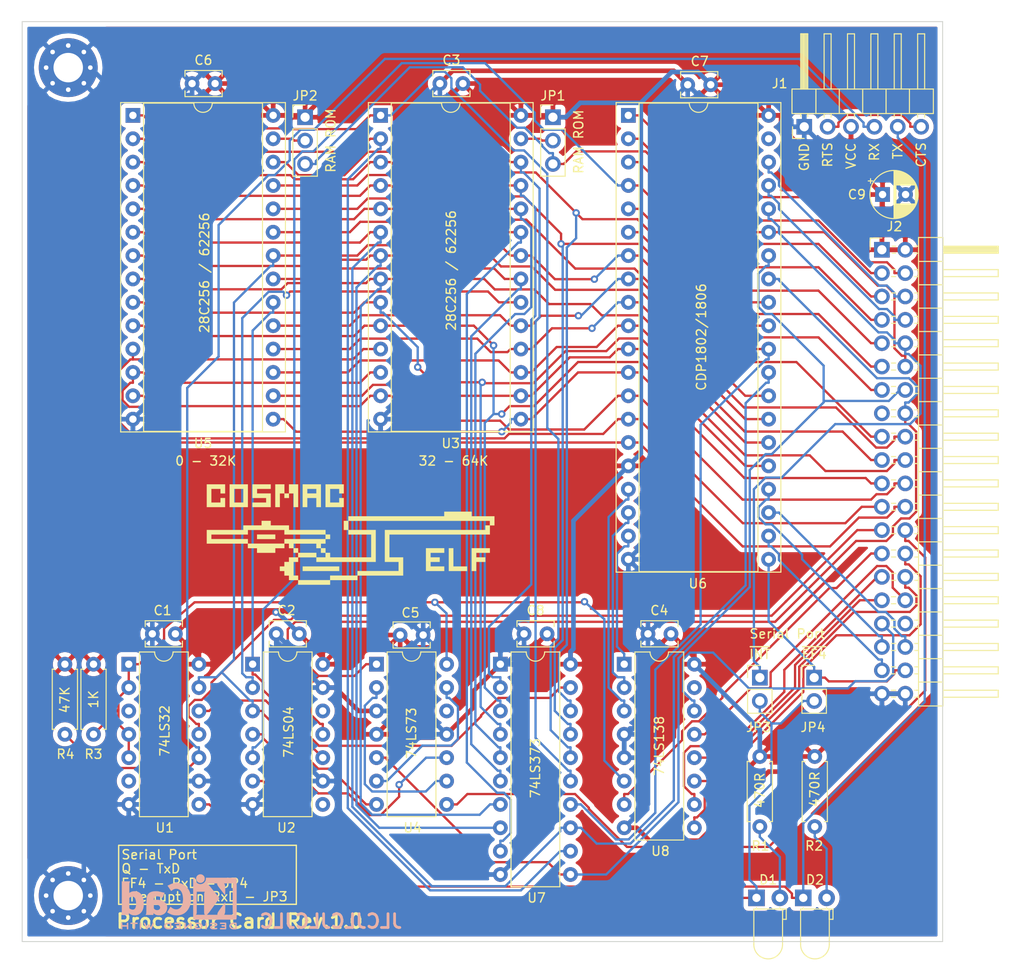
<source format=kicad_pcb>
(kicad_pcb (version 20171130) (host pcbnew 5.1.9)
  (layers (0 F.Cu signal) (31 B.Cu signal) (34 B.Paste user) (35 F.Paste user) (36 B.SilkS user) (37 F.SilkS user) (38 B.Mask user) (39 F.Mask user) (44 Edge.Cuts user))
  (net 0 "")
  (net 1 CLOCK)
  (net 2 GND)
  (net 3 VCC)
  (net 4 ~EF4)
  (net 5 ~EF3)
  (net 6 ~EF2)
  (net 7 ~EF1)
  (net 8 ~N7)
  (net 9 ~IOR)
  (net 10 ~IOW)
  (net 11 D0)
  (net 12 D1)
  (net 13 D2)
  (net 14 D3)
  (net 15 D4)
  (net 16 D5)
  (net 17 D6)
  (net 18 D7)
  (net 19 TPB)
  (net 20 TPA)
  (net 21 ~MRD)
  (net 22 ~MWR)
  (net 23 SC0)
  (net 24 ~INTERRUPT)
  (net 25 SC1)
  (net 26 ~DMA_OUT)
  (net 27 Q)
  (net 28 ~DMA_IN)
  (net 29 ~CLEAR)
  (net 30 ~WAIT)
  (net 31 ~N1)
  (net 32 ~N2)
  (net 33 ~N3)
  (net 34 ~N4)
  (net 35 ~N5)
  (net 36 ~N6)
  (net 37 /A7)
  (net 38 /A6)
  (net 39 /A5)
  (net 40 /A4)
  (net 41 /A3)
  (net 42 /A2)
  (net 43 /A1)
  (net 44 /A0)
  (net 45 /A13)
  (net 46 /A8)
  (net 47 /A9)
  (net 48 /A11)
  (net 49 /A10)
  (net 50 /A12)
  (net 51 /A14)
  (net 52 /A15)
  (net 53 "Net-(JP1-Pad2)")
  (net 54 "Net-(JP2-Pad2)")
  (net 55 "Net-(U2-Pad2)")
  (net 56 "Net-(D1-Pad2)")
  (net 57 /TX)
  (net 58 /N0)
  (net 59 /N1)
  (net 60 /N2)
  (net 61 "Net-(J2-Pad34)")
  (net 62 "Net-(J2-Pad15)")
  (net 63 "Net-(U6-Pad39)")
  (net 64 "Net-(U8-Pad15)")
  (net 65 "Net-(U2-Pad4)")
  (net 66 "Net-(U4-Pad2)")
  (net 67 "Net-(U4-Pad12)")
  (net 68 "Net-(U4-Pad13)")
  (net 69 "Net-(U1-Pad12)")
  (net 70 /CTS)
  (net 71 "Net-(U1-Pad3)")
  (net 72 "Net-(U1-Pad6)")
  (net 73 "Net-(U2-Pad12)")
  (net 74 "Net-(D1-Pad1)")
  (net 75 /RX)
  (net 76 "Net-(U2-Pad8)")
  (net 77 "Net-(D2-Pad2)")
  (net 78 HI)
  (module Resistor_THT:R_Axial_DIN0207_L6.3mm_D2.5mm_P7.62mm_Horizontal (layer F.Cu) (at 104.6355 119.85 270)
    (fp_text reference R4 (at 9.779 -0.0635) (layer F.SilkS))
    (fp_text value 47K (at 3.8735 0 90) (layer F.SilkS))
    (pad 2 thru_hole oval (at 7.62 0 270) (size 1.6 1.6) (drill 0.8) (layers *.Cu *.Mask) (net 75 /RX))
    (pad 1 thru_hole circle (at 0 0 270) (size 1.6 1.6) (drill 0.8) (layers *.Cu *.Mask) (net 3 VCC))
  )
  (module Resistor_THT:R_Axial_DIN0207_L6.3mm_D2.5mm_P7.62mm_Horizontal (layer F.Cu) (at 107.747 119.85 270)
    (fp_text reference R3 (at 9.779 0) (layer F.SilkS))
    (fp_text value 1K (at 3.81 0 90) (layer F.SilkS))
    (pad 2 thru_hole oval (at 7.62 0 270) (size 1.6 1.6) (drill 0.8) (layers *.Cu *.Mask) (net 78 HI))
    (pad 1 thru_hole circle (at 0 0 270) (size 1.6 1.6) (drill 0.8) (layers *.Cu *.Mask) (net 3 VCC))
  )
  (module Connector_PinHeader_2.54mm:PinHeader_1x02_P2.54mm_Vertical (layer F.Cu) (at 186.042 121.31)
    (fp_text reference JP4 (at -0.1265 5.398) (layer F.SilkS))
    (fp_text value ~EF4 (at 0 -2.5395) (layer F.SilkS))
    (pad 2 thru_hole oval (at 0 2.54) (size 1.7 1.7) (drill 1) (layers *.Cu *.Mask) (net 74 "Net-(D1-Pad1)"))
    (pad 1 thru_hole rect (at 0 0) (size 1.7 1.7) (drill 1) (layers *.Cu *.Mask) (net 4 ~EF4))
  )
  (module Capacitor_THT:C_Disc_D3.8mm_W2.6mm_P2.50mm (layer F.Cu) (at 130.099 116.548 180)
    (fp_text reference C2 (at 1.381 2.54) (layer F.SilkS))
    (fp_text value 100nF)
    (pad 2 thru_hole circle (at 2.5 0 180) (size 1.6 1.6) (drill 0.8) (layers *.Cu *.Mask) (net 2 GND))
    (pad 1 thru_hole circle (at 0 0 180) (size 1.6 1.6) (drill 0.8) (layers *.Cu *.Mask) (net 3 VCC))
  )
  (module Connector_PinHeader_2.54mm:PinHeader_1x06_P2.54mm_Horizontal (layer F.Cu) (at 184.963 61.43 90)
    (fp_text reference J1 (at 4.699 -2.667) (layer F.SilkS))
    (fp_text value "Serial Port")
    (pad 6 thru_hole oval (at 0 12.7 90) (size 1.7 1.7) (drill 1) (layers *.Cu *.Mask) (net 70 /CTS))
    (pad 5 thru_hole oval (at 0 10.16 90) (size 1.7 1.7) (drill 1) (layers *.Cu *.Mask) (net 57 /TX))
    (pad 4 thru_hole oval (at 0 7.62 90) (size 1.7 1.7) (drill 1) (layers *.Cu *.Mask) (net 75 /RX))
    (pad 3 thru_hole oval (at 0 5.08 90) (size 1.7 1.7) (drill 1) (layers *.Cu *.Mask) (net 3 VCC))
    (pad 2 thru_hole oval (at 0 2.54 90) (size 1.7 1.7) (drill 1) (layers *.Cu *.Mask) (net 70 /CTS))
    (pad 1 thru_hole rect (at 0 0 90) (size 1.7 1.7) (drill 1) (layers *.Cu *.Mask) (net 2 GND))
  )
  (module Symbol:KiCad-Logo2_5mm_SilkScreen (layer B.Cu) (at 117.018 145.669154 180)
    (fp_text reference REF** hide)
    (fp_text value KiCad-Logo2_5mm_SilkScreen hide)
  )
  (module Capacitor_THT:CP_Radial_D5.0mm_P2.50mm (layer F.Cu) (at 193.472 68.796)
    (fp_text reference C9 (at -2.794 0) (layer F.SilkS))
    (fp_text value 10uF)
    (pad 2 thru_hole circle (at 2.5 0) (size 1.6 1.6) (drill 0.8) (layers *.Cu *.Mask) (net 2 GND))
    (pad 1 thru_hole rect (at 0 0) (size 1.6 1.6) (drill 0.8) (layers *.Cu *.Mask) (net 3 VCC))
  )
  (module "Logo:Cosmac Elf Logo" (layer F.Cu) (at 135.433 105.753)
    (fp_text reference G*** hide)
    (fp_text value LOGO hide)
  )
  (module Resistor_THT:R_Axial_DIN0207_L6.3mm_D2.5mm_P7.62mm_Horizontal (layer F.Cu) (at 186.106 129.883 270)
    (fp_text reference R2 (at 9.7155 0.0635) (layer F.SilkS))
    (fp_text value 470R (at 3.556 0 90) (layer F.SilkS))
    (pad 2 thru_hole oval (at 7.62 0 270) (size 1.6 1.6) (drill 0.8) (layers *.Cu *.Mask) (net 77 "Net-(D2-Pad2)"))
    (pad 1 thru_hole circle (at 0 0 270) (size 1.6 1.6) (drill 0.8) (layers *.Cu *.Mask) (net 3 VCC))
  )
  (module Resistor_THT:R_Axial_DIN0207_L6.3mm_D2.5mm_P7.62mm_Horizontal (layer F.Cu) (at 180.137 129.883 270)
    (fp_text reference R1 (at 9.7155 -0.0635) (layer F.SilkS))
    (fp_text value 470R (at 3.683 0 90) (layer F.SilkS))
    (pad 2 thru_hole oval (at 7.62 0 270) (size 1.6 1.6) (drill 0.8) (layers *.Cu *.Mask) (net 56 "Net-(D1-Pad2)"))
    (pad 1 thru_hole circle (at 0 0 270) (size 1.6 1.6) (drill 0.8) (layers *.Cu *.Mask) (net 3 VCC))
  )
  (module MountingHole:MountingHole_3.2mm_M3_Pad_Via (layer F.Cu) (at 105 145)
    (fp_text reference H2 hide)
    (fp_text value "Mounting Hole" hide)
    (pad 1 thru_hole circle (at 1.697056 -1.697056) (size 0.8 0.8) (drill 0.5) (layers *.Cu *.Mask) (net 2 GND))
    (pad 1 thru_hole circle (at 0 -2.4) (size 0.8 0.8) (drill 0.5) (layers *.Cu *.Mask) (net 2 GND))
    (pad 1 thru_hole circle (at -1.697056 -1.697056) (size 0.8 0.8) (drill 0.5) (layers *.Cu *.Mask) (net 2 GND))
    (pad 1 thru_hole circle (at -2.4 0) (size 0.8 0.8) (drill 0.5) (layers *.Cu *.Mask) (net 2 GND))
    (pad 1 thru_hole circle (at -1.697056 1.697056) (size 0.8 0.8) (drill 0.5) (layers *.Cu *.Mask) (net 2 GND))
    (pad 1 thru_hole circle (at 0 2.4) (size 0.8 0.8) (drill 0.5) (layers *.Cu *.Mask) (net 2 GND))
    (pad 1 thru_hole circle (at 1.697056 1.697056) (size 0.8 0.8) (drill 0.5) (layers *.Cu *.Mask) (net 2 GND))
    (pad 1 thru_hole circle (at 2.4 0) (size 0.8 0.8) (drill 0.5) (layers *.Cu *.Mask) (net 2 GND))
    (pad 1 thru_hole circle (at 0 0) (size 6.4 6.4) (drill 3.2) (layers *.Cu *.Mask) (net 2 GND))
  )
  (module MountingHole:MountingHole_3.2mm_M3_Pad_Via (layer F.Cu) (at 105 55)
    (fp_text reference H1 hide)
    (fp_text value "Mounting Hole" hide)
    (pad 1 thru_hole circle (at 1.697056 -1.697056) (size 0.8 0.8) (drill 0.5) (layers *.Cu *.Mask) (net 2 GND))
    (pad 1 thru_hole circle (at 0 -2.4) (size 0.8 0.8) (drill 0.5) (layers *.Cu *.Mask) (net 2 GND))
    (pad 1 thru_hole circle (at -1.697056 -1.697056) (size 0.8 0.8) (drill 0.5) (layers *.Cu *.Mask) (net 2 GND))
    (pad 1 thru_hole circle (at -2.4 0) (size 0.8 0.8) (drill 0.5) (layers *.Cu *.Mask) (net 2 GND))
    (pad 1 thru_hole circle (at -1.697056 1.697056) (size 0.8 0.8) (drill 0.5) (layers *.Cu *.Mask) (net 2 GND))
    (pad 1 thru_hole circle (at 0 2.4) (size 0.8 0.8) (drill 0.5) (layers *.Cu *.Mask) (net 2 GND))
    (pad 1 thru_hole circle (at 1.697056 1.697056) (size 0.8 0.8) (drill 0.5) (layers *.Cu *.Mask) (net 2 GND))
    (pad 1 thru_hole circle (at 2.4 0) (size 0.8 0.8) (drill 0.5) (layers *.Cu *.Mask) (net 2 GND))
    (pad 1 thru_hole circle (at 0 0) (size 6.4 6.4) (drill 3.2) (layers *.Cu *.Mask) (net 2 GND))
  )
  (module Package_DIP:DIP-14_W7.62mm (layer F.Cu) (at 138.49 119.85)
    (fp_text reference U4 (at 3.9275 17.78) (layer F.SilkS))
    (fp_text value 74LS73 (at 3.8005 7.493 90) (layer F.SilkS))
    (pad 14 thru_hole oval (at 7.62 0) (size 1.6 1.6) (drill 0.8) (layers *.Cu *.Mask) (net 78 HI))
    (pad 7 thru_hole oval (at 0 15.24) (size 1.6 1.6) (drill 0.8) (layers *.Cu *.Mask) (net 21 ~MRD))
    (pad 13 thru_hole oval (at 7.62 2.54) (size 1.6 1.6) (drill 0.8) (layers *.Cu *.Mask) (net 68 "Net-(U4-Pad13)"))
    (pad 6 thru_hole oval (at 0 12.7) (size 1.6 1.6) (drill 0.8) (layers *.Cu *.Mask) (net 68 "Net-(U4-Pad13)"))
    (pad 12 thru_hole oval (at 7.62 5.08) (size 1.6 1.6) (drill 0.8) (layers *.Cu *.Mask) (net 67 "Net-(U4-Pad12)"))
    (pad 5 thru_hole oval (at 0 10.16) (size 1.6 1.6) (drill 0.8) (layers *.Cu *.Mask) (net 20 TPA))
    (pad 11 thru_hole oval (at 7.62 7.62) (size 1.6 1.6) (drill 0.8) (layers *.Cu *.Mask) (net 2 GND))
    (pad 4 thru_hole oval (at 0 7.62) (size 1.6 1.6) (drill 0.8) (layers *.Cu *.Mask) (net 3 VCC))
    (pad 10 thru_hole oval (at 7.62 10.16) (size 1.6 1.6) (drill 0.8) (layers *.Cu *.Mask) (net 65 "Net-(U2-Pad4)"))
    (pad 3 thru_hole oval (at 0 5.08) (size 1.6 1.6) (drill 0.8) (layers *.Cu *.Mask) (net 2 GND))
    (pad 9 thru_hole oval (at 7.62 12.7) (size 1.6 1.6) (drill 0.8) (layers *.Cu *.Mask) (net 66 "Net-(U4-Pad2)"))
    (pad 2 thru_hole oval (at 0 2.54) (size 1.6 1.6) (drill 0.8) (layers *.Cu *.Mask) (net 66 "Net-(U4-Pad2)"))
    (pad 8 thru_hole oval (at 7.62 15.24) (size 1.6 1.6) (drill 0.8) (layers *.Cu *.Mask) (net 9 ~IOR))
    (pad 1 thru_hole rect (at 0 0) (size 1.6 1.6) (drill 0.8) (layers *.Cu *.Mask) (net 19 TPB))
  )
  (module Package_DIP:DIP-14_W7.62mm (layer F.Cu) (at 125.033 119.85)
    (fp_text reference U2 (at 3.66875 17.78) (layer F.SilkS))
    (fp_text value 74LS04 (at 3.92275 7.366 90) (layer F.SilkS))
    (pad 14 thru_hole oval (at 7.62 0) (size 1.6 1.6) (drill 0.8) (layers *.Cu *.Mask) (net 3 VCC))
    (pad 7 thru_hole oval (at 0 15.24) (size 1.6 1.6) (drill 0.8) (layers *.Cu *.Mask) (net 2 GND))
    (pad 13 thru_hole oval (at 7.62 2.54) (size 1.6 1.6) (drill 0.8) (layers *.Cu *.Mask) (net 2 GND))
    (pad 6 thru_hole oval (at 0 12.7) (size 1.6 1.6) (drill 0.8) (layers *.Cu *.Mask) (net 57 /TX))
    (pad 12 thru_hole oval (at 7.62 5.08) (size 1.6 1.6) (drill 0.8) (layers *.Cu *.Mask) (net 73 "Net-(U2-Pad12)"))
    (pad 5 thru_hole oval (at 0 10.16) (size 1.6 1.6) (drill 0.8) (layers *.Cu *.Mask) (net 27 Q))
    (pad 11 thru_hole oval (at 7.62 7.62) (size 1.6 1.6) (drill 0.8) (layers *.Cu *.Mask) (net 19 TPB))
    (pad 4 thru_hole oval (at 0 7.62) (size 1.6 1.6) (drill 0.8) (layers *.Cu *.Mask) (net 65 "Net-(U2-Pad4)"))
    (pad 10 thru_hole oval (at 7.62 10.16) (size 1.6 1.6) (drill 0.8) (layers *.Cu *.Mask) (net 69 "Net-(U1-Pad12)"))
    (pad 3 thru_hole oval (at 0 5.08) (size 1.6 1.6) (drill 0.8) (layers *.Cu *.Mask) (net 21 ~MRD))
    (pad 9 thru_hole oval (at 7.62 12.7) (size 1.6 1.6) (drill 0.8) (layers *.Cu *.Mask) (net 2 GND))
    (pad 2 thru_hole oval (at 0 2.54) (size 1.6 1.6) (drill 0.8) (layers *.Cu *.Mask) (net 55 "Net-(U2-Pad2)"))
    (pad 8 thru_hole oval (at 7.62 15.24) (size 1.6 1.6) (drill 0.8) (layers *.Cu *.Mask) (net 76 "Net-(U2-Pad8)"))
    (pad 1 thru_hole rect (at 0 0) (size 1.6 1.6) (drill 0.8) (layers *.Cu *.Mask) (net 52 /A15))
  )
  (module Package_DIP:DIP-14_W7.62mm (layer F.Cu) (at 111.576 119.85)
    (fp_text reference U1 (at 3.918 17.78) (layer F.SilkS))
    (fp_text value 74LS32 (at 3.918 7.239 90) (layer F.SilkS))
    (pad 14 thru_hole oval (at 7.62 0) (size 1.6 1.6) (drill 0.8) (layers *.Cu *.Mask) (net 3 VCC))
    (pad 7 thru_hole oval (at 0 15.24) (size 1.6 1.6) (drill 0.8) (layers *.Cu *.Mask) (net 2 GND))
    (pad 13 thru_hole oval (at 7.62 2.54) (size 1.6 1.6) (drill 0.8) (layers *.Cu *.Mask) (net 21 ~MRD))
    (pad 6 thru_hole oval (at 0 12.7) (size 1.6 1.6) (drill 0.8) (layers *.Cu *.Mask) (net 72 "Net-(U1-Pad6)"))
    (pad 12 thru_hole oval (at 7.62 5.08) (size 1.6 1.6) (drill 0.8) (layers *.Cu *.Mask) (net 69 "Net-(U1-Pad12)"))
    (pad 5 thru_hole oval (at 0 10.16) (size 1.6 1.6) (drill 0.8) (layers *.Cu *.Mask) (net 78 HI))
    (pad 11 thru_hole oval (at 7.62 7.62) (size 1.6 1.6) (drill 0.8) (layers *.Cu *.Mask) (net 10 ~IOW))
    (pad 4 thru_hole oval (at 0 7.62) (size 1.6 1.6) (drill 0.8) (layers *.Cu *.Mask) (net 78 HI))
    (pad 10 thru_hole oval (at 7.62 10.16) (size 1.6 1.6) (drill 0.8) (layers *.Cu *.Mask) (net 75 /RX))
    (pad 3 thru_hole oval (at 0 5.08) (size 1.6 1.6) (drill 0.8) (layers *.Cu *.Mask) (net 71 "Net-(U1-Pad3)"))
    (pad 9 thru_hole oval (at 7.62 12.7) (size 1.6 1.6) (drill 0.8) (layers *.Cu *.Mask) (net 2 GND))
    (pad 2 thru_hole oval (at 0 2.54) (size 1.6 1.6) (drill 0.8) (layers *.Cu *.Mask) (net 78 HI))
    (pad 8 thru_hole oval (at 7.62 15.24) (size 1.6 1.6) (drill 0.8) (layers *.Cu *.Mask) (net 74 "Net-(D1-Pad1)"))
    (pad 1 thru_hole rect (at 0 0) (size 1.6 1.6) (drill 0.8) (layers *.Cu *.Mask) (net 78 HI))
  )
  (module LED_THT:LED_D3.0mm_Horizontal_O1.27mm_Z2.0mm (layer F.Cu) (at 184.856 145.25)
    (fp_text reference D2 (at 1.27 -1.96) (layer F.SilkS))
    (fp_text value RED)
    (pad 2 thru_hole circle (at 2.54 0) (size 1.8 1.8) (drill 0.9) (layers *.Cu *.Mask) (net 77 "Net-(D2-Pad2)"))
    (pad 1 thru_hole rect (at 0 0) (size 1.8 1.8) (drill 0.9) (layers *.Cu *.Mask) (net 57 /TX))
  )
  (module LED_THT:LED_D3.0mm_Horizontal_O1.27mm_Z2.0mm (layer F.Cu) (at 179.776 145.25)
    (fp_text reference D1 (at 1.27 -1.96) (layer F.SilkS))
    (fp_text value GREEN)
    (pad 2 thru_hole circle (at 2.54 0) (size 1.8 1.8) (drill 0.9) (layers *.Cu *.Mask) (net 56 "Net-(D1-Pad2)"))
    (pad 1 thru_hole rect (at 0 0) (size 1.8 1.8) (drill 0.9) (layers *.Cu *.Mask) (net 74 "Net-(D1-Pad1)"))
  )
  (module Connector_PinHeader_2.54mm:PinHeader_1x02_P2.54mm_Vertical (layer F.Cu) (at 180.137 121.31)
    (fp_text reference JP3 (at -0.127 5.398) (layer F.SilkS))
    (fp_text value ~INT (at 0 -2.5395) (layer F.SilkS))
    (pad 2 thru_hole oval (at 0 2.54) (size 1.7 1.7) (drill 1) (layers *.Cu *.Mask) (net 74 "Net-(D1-Pad1)"))
    (pad 1 thru_hole rect (at 0 0) (size 1.7 1.7) (drill 1) (layers *.Cu *.Mask) (net 24 ~INTERRUPT))
  )
  (module Connector_PinHeader_2.54mm:PinHeader_1x03_P2.54mm_Vertical (layer F.Cu) (at 130.734 60.392)
    (fp_text reference JP2 (at 0 -2.33) (layer F.SilkS))
    (fp_text value "RAM ROM" (at 2.794 2.54 90) (layer F.SilkS))
    (pad 3 thru_hole oval (at 0 5.08) (size 1.7 1.7) (drill 1) (layers *.Cu *.Mask) (net 22 ~MWR))
    (pad 2 thru_hole oval (at 0 2.54) (size 1.7 1.7) (drill 1) (layers *.Cu *.Mask) (net 54 "Net-(JP2-Pad2)"))
    (pad 1 thru_hole rect (at 0 0) (size 1.7 1.7) (drill 1) (layers *.Cu *.Mask) (net 3 VCC))
  )
  (module Connector_PinHeader_2.54mm:PinHeader_1x03_P2.54mm_Vertical (layer F.Cu) (at 157.658 60.392)
    (fp_text reference JP1 (at 0 -2.33) (layer F.SilkS))
    (fp_text value "RAM ROM" (at 2.794 2.667 90) (layer F.SilkS))
    (pad 3 thru_hole oval (at 0 5.08) (size 1.7 1.7) (drill 1) (layers *.Cu *.Mask) (net 22 ~MWR))
    (pad 2 thru_hole oval (at 0 2.54) (size 1.7 1.7) (drill 1) (layers *.Cu *.Mask) (net 53 "Net-(JP1-Pad2)"))
    (pad 1 thru_hole rect (at 0 0) (size 1.7 1.7) (drill 1) (layers *.Cu *.Mask) (net 3 VCC))
  )
  (module Capacitor_THT:C_Disc_D3.8mm_W2.6mm_P2.50mm (layer F.Cu) (at 157.023 116.548 180)
    (fp_text reference C8 (at 1.245 2.54) (layer F.SilkS))
    (fp_text value 100nF)
    (pad 2 thru_hole circle (at 2.5 0 180) (size 1.6 1.6) (drill 0.8) (layers *.Cu *.Mask) (net 2 GND))
    (pad 1 thru_hole circle (at 0 0 180) (size 1.6 1.6) (drill 0.8) (layers *.Cu *.Mask) (net 3 VCC))
  )
  (module Capacitor_THT:C_Disc_D3.8mm_W2.6mm_P2.50mm (layer F.Cu) (at 174.803 56.858 180)
    (fp_text reference C7 (at 1.197 2.54) (layer F.SilkS))
    (fp_text value 100nF)
    (pad 2 thru_hole circle (at 2.5 0 180) (size 1.6 1.6) (drill 0.8) (layers *.Cu *.Mask) (net 2 GND))
    (pad 1 thru_hole circle (at 0 0 180) (size 1.6 1.6) (drill 0.8) (layers *.Cu *.Mask) (net 3 VCC))
  )
  (module Capacitor_THT:C_Disc_D3.8mm_W2.6mm_P2.50mm (layer F.Cu) (at 120.955 56.731 180)
    (fp_text reference C6 (at 1.27 2.54) (layer F.SilkS))
    (fp_text value 100nF)
    (pad 2 thru_hole circle (at 2.5 0 180) (size 1.6 1.6) (drill 0.8) (layers *.Cu *.Mask) (net 2 GND))
    (pad 1 thru_hole circle (at 0 0 180) (size 1.6 1.6) (drill 0.8) (layers *.Cu *.Mask) (net 3 VCC))
  )
  (module Capacitor_THT:C_Disc_D3.8mm_W2.6mm_P2.50mm (layer F.Cu) (at 141.061 116.675)
    (fp_text reference C5 (at 1.124 -2.413) (layer F.SilkS))
    (fp_text value 100nF)
    (pad 2 thru_hole circle (at 2.5 0) (size 1.6 1.6) (drill 0.8) (layers *.Cu *.Mask) (net 2 GND))
    (pad 1 thru_hole circle (at 0 0) (size 1.6 1.6) (drill 0.8) (layers *.Cu *.Mask) (net 3 VCC))
  )
  (module Capacitor_THT:C_Disc_D3.8mm_W2.6mm_P2.50mm (layer F.Cu) (at 170.485 116.548 180)
    (fp_text reference C4 (at 1.27 2.54) (layer F.SilkS))
    (fp_text value 100nF)
    (pad 2 thru_hole circle (at 2.5 0 180) (size 1.6 1.6) (drill 0.8) (layers *.Cu *.Mask) (net 2 GND))
    (pad 1 thru_hole circle (at 0 0 180) (size 1.6 1.6) (drill 0.8) (layers *.Cu *.Mask) (net 3 VCC))
  )
  (module Capacitor_THT:C_Disc_D3.8mm_W2.6mm_P2.50mm (layer F.Cu) (at 147.879 56.731 180)
    (fp_text reference C3 (at 1.25 2.54) (layer F.SilkS))
    (fp_text value 100nF)
    (pad 2 thru_hole circle (at 2.5 0 180) (size 1.6 1.6) (drill 0.8) (layers *.Cu *.Mask) (net 2 GND))
    (pad 1 thru_hole circle (at 0 0 180) (size 1.6 1.6) (drill 0.8) (layers *.Cu *.Mask) (net 3 VCC))
  )
  (module Capacitor_THT:C_Disc_D3.8mm_W2.6mm_P2.50mm (layer F.Cu) (at 116.637 116.548 180)
    (fp_text reference C1 (at 1.386 2.54) (layer F.SilkS))
    (fp_text value 100nF)
    (pad 2 thru_hole circle (at 2.5 0 180) (size 1.6 1.6) (drill 0.8) (layers *.Cu *.Mask) (net 2 GND))
    (pad 1 thru_hole circle (at 0 0 180) (size 1.6 1.6) (drill 0.8) (layers *.Cu *.Mask) (net 3 VCC))
  )
  (module Package_DIP:DIP-16_W7.62mm (layer F.Cu) (at 165.405 119.85)
    (fp_text reference U8 (at 3.937 20.32) (layer F.SilkS))
    (fp_text value 74LS138 (at 3.81 8.89 90) (layer F.SilkS))
    (pad 16 thru_hole oval (at 7.62 0) (size 1.6 1.6) (drill 0.8) (layers *.Cu *.Mask) (net 3 VCC))
    (pad 8 thru_hole oval (at 0 17.78) (size 1.6 1.6) (drill 0.8) (layers *.Cu *.Mask) (net 2 GND))
    (pad 15 thru_hole oval (at 7.62 2.54) (size 1.6 1.6) (drill 0.8) (layers *.Cu *.Mask) (net 64 "Net-(U8-Pad15)"))
    (pad 7 thru_hole oval (at 0 15.24) (size 1.6 1.6) (drill 0.8) (layers *.Cu *.Mask) (net 8 ~N7))
    (pad 14 thru_hole oval (at 7.62 5.08) (size 1.6 1.6) (drill 0.8) (layers *.Cu *.Mask) (net 31 ~N1))
    (pad 6 thru_hole oval (at 0 12.7) (size 1.6 1.6) (drill 0.8) (layers *.Cu *.Mask) (net 78 HI))
    (pad 13 thru_hole oval (at 7.62 7.62) (size 1.6 1.6) (drill 0.8) (layers *.Cu *.Mask) (net 32 ~N2))
    (pad 5 thru_hole oval (at 0 10.16) (size 1.6 1.6) (drill 0.8) (layers *.Cu *.Mask) (net 2 GND))
    (pad 12 thru_hole oval (at 7.62 10.16) (size 1.6 1.6) (drill 0.8) (layers *.Cu *.Mask) (net 33 ~N3))
    (pad 4 thru_hole oval (at 0 7.62) (size 1.6 1.6) (drill 0.8) (layers *.Cu *.Mask) (net 2 GND))
    (pad 11 thru_hole oval (at 7.62 12.7) (size 1.6 1.6) (drill 0.8) (layers *.Cu *.Mask) (net 34 ~N4))
    (pad 3 thru_hole oval (at 0 5.08) (size 1.6 1.6) (drill 0.8) (layers *.Cu *.Mask) (net 60 /N2))
    (pad 10 thru_hole oval (at 7.62 15.24) (size 1.6 1.6) (drill 0.8) (layers *.Cu *.Mask) (net 35 ~N5))
    (pad 2 thru_hole oval (at 0 2.54) (size 1.6 1.6) (drill 0.8) (layers *.Cu *.Mask) (net 59 /N1))
    (pad 9 thru_hole oval (at 7.62 17.78) (size 1.6 1.6) (drill 0.8) (layers *.Cu *.Mask) (net 36 ~N6))
    (pad 1 thru_hole rect (at 0 0) (size 1.6 1.6) (drill 0.8) (layers *.Cu *.Mask) (net 58 /N0))
  )
  (module Package_DIP:DIP-20_W7.62mm (layer F.Cu) (at 151.948 119.85)
    (fp_text reference U7 (at 3.93225 25.4) (layer F.SilkS))
    (fp_text value 74LS373 (at 3.80525 11.303 90) (layer F.SilkS))
    (pad 20 thru_hole oval (at 7.62 0) (size 1.6 1.6) (drill 0.8) (layers *.Cu *.Mask) (net 3 VCC))
    (pad 10 thru_hole oval (at 0 22.86) (size 1.6 1.6) (drill 0.8) (layers *.Cu *.Mask) (net 2 GND))
    (pad 19 thru_hole oval (at 7.62 2.54) (size 1.6 1.6) (drill 0.8) (layers *.Cu *.Mask) (net 52 /A15))
    (pad 9 thru_hole oval (at 0 20.32) (size 1.6 1.6) (drill 0.8) (layers *.Cu *.Mask) (net 48 /A11))
    (pad 18 thru_hole oval (at 7.62 5.08) (size 1.6 1.6) (drill 0.8) (layers *.Cu *.Mask) (net 37 /A7))
    (pad 8 thru_hole oval (at 0 17.78) (size 1.6 1.6) (drill 0.8) (layers *.Cu *.Mask) (net 41 /A3))
    (pad 17 thru_hole oval (at 7.62 7.62) (size 1.6 1.6) (drill 0.8) (layers *.Cu *.Mask) (net 38 /A6))
    (pad 7 thru_hole oval (at 0 15.24) (size 1.6 1.6) (drill 0.8) (layers *.Cu *.Mask) (net 42 /A2))
    (pad 16 thru_hole oval (at 7.62 10.16) (size 1.6 1.6) (drill 0.8) (layers *.Cu *.Mask) (net 51 /A14))
    (pad 6 thru_hole oval (at 0 12.7) (size 1.6 1.6) (drill 0.8) (layers *.Cu *.Mask) (net 49 /A10))
    (pad 15 thru_hole oval (at 7.62 12.7) (size 1.6 1.6) (drill 0.8) (layers *.Cu *.Mask) (net 45 /A13))
    (pad 5 thru_hole oval (at 0 10.16) (size 1.6 1.6) (drill 0.8) (layers *.Cu *.Mask) (net 47 /A9))
    (pad 14 thru_hole oval (at 7.62 15.24) (size 1.6 1.6) (drill 0.8) (layers *.Cu *.Mask) (net 39 /A5))
    (pad 4 thru_hole oval (at 0 7.62) (size 1.6 1.6) (drill 0.8) (layers *.Cu *.Mask) (net 43 /A1))
    (pad 13 thru_hole oval (at 7.62 17.78) (size 1.6 1.6) (drill 0.8) (layers *.Cu *.Mask) (net 40 /A4))
    (pad 3 thru_hole oval (at 0 5.08) (size 1.6 1.6) (drill 0.8) (layers *.Cu *.Mask) (net 44 /A0))
    (pad 12 thru_hole oval (at 7.62 20.32) (size 1.6 1.6) (drill 0.8) (layers *.Cu *.Mask) (net 50 /A12))
    (pad 2 thru_hole oval (at 0 2.54) (size 1.6 1.6) (drill 0.8) (layers *.Cu *.Mask) (net 46 /A8))
    (pad 11 thru_hole oval (at 7.62 22.86) (size 1.6 1.6) (drill 0.8) (layers *.Cu *.Mask) (net 20 TPA))
    (pad 1 thru_hole rect (at 0 0) (size 1.6 1.6) (drill 0.8) (layers *.Cu *.Mask) (net 2 GND))
  )
  (module Package_DIP:DIP-28_W15.24mm_Socket (layer F.Cu) (at 112.026 60.192)
    (fp_text reference U5 (at 7.62 35.655) (layer F.SilkS))
    (fp_text value "28C256 / 62256" (at 7.786 17.113 90) (layer F.SilkS))
    (pad 28 thru_hole oval (at 15.24 0) (size 1.6 1.6) (drill 0.8) (layers *.Cu *.Mask) (net 3 VCC))
    (pad 14 thru_hole oval (at 0 33.02) (size 1.6 1.6) (drill 0.8) (layers *.Cu *.Mask) (net 2 GND))
    (pad 27 thru_hole oval (at 15.24 2.54) (size 1.6 1.6) (drill 0.8) (layers *.Cu *.Mask) (net 54 "Net-(JP2-Pad2)"))
    (pad 13 thru_hole oval (at 0 30.48) (size 1.6 1.6) (drill 0.8) (layers *.Cu *.Mask) (net 13 D2))
    (pad 26 thru_hole oval (at 15.24 5.08) (size 1.6 1.6) (drill 0.8) (layers *.Cu *.Mask) (net 45 /A13))
    (pad 12 thru_hole oval (at 0 27.94) (size 1.6 1.6) (drill 0.8) (layers *.Cu *.Mask) (net 12 D1))
    (pad 25 thru_hole oval (at 15.24 7.62) (size 1.6 1.6) (drill 0.8) (layers *.Cu *.Mask) (net 46 /A8))
    (pad 11 thru_hole oval (at 0 25.4) (size 1.6 1.6) (drill 0.8) (layers *.Cu *.Mask) (net 11 D0))
    (pad 24 thru_hole oval (at 15.24 10.16) (size 1.6 1.6) (drill 0.8) (layers *.Cu *.Mask) (net 47 /A9))
    (pad 10 thru_hole oval (at 0 22.86) (size 1.6 1.6) (drill 0.8) (layers *.Cu *.Mask) (net 44 /A0))
    (pad 23 thru_hole oval (at 15.24 12.7) (size 1.6 1.6) (drill 0.8) (layers *.Cu *.Mask) (net 48 /A11))
    (pad 9 thru_hole oval (at 0 20.32) (size 1.6 1.6) (drill 0.8) (layers *.Cu *.Mask) (net 43 /A1))
    (pad 22 thru_hole oval (at 15.24 15.24) (size 1.6 1.6) (drill 0.8) (layers *.Cu *.Mask) (net 21 ~MRD))
    (pad 8 thru_hole oval (at 0 17.78) (size 1.6 1.6) (drill 0.8) (layers *.Cu *.Mask) (net 42 /A2))
    (pad 21 thru_hole oval (at 15.24 17.78) (size 1.6 1.6) (drill 0.8) (layers *.Cu *.Mask) (net 49 /A10))
    (pad 7 thru_hole oval (at 0 15.24) (size 1.6 1.6) (drill 0.8) (layers *.Cu *.Mask) (net 41 /A3))
    (pad 20 thru_hole oval (at 15.24 20.32) (size 1.6 1.6) (drill 0.8) (layers *.Cu *.Mask) (net 52 /A15))
    (pad 6 thru_hole oval (at 0 12.7) (size 1.6 1.6) (drill 0.8) (layers *.Cu *.Mask) (net 40 /A4))
    (pad 19 thru_hole oval (at 15.24 22.86) (size 1.6 1.6) (drill 0.8) (layers *.Cu *.Mask) (net 18 D7))
    (pad 5 thru_hole oval (at 0 10.16) (size 1.6 1.6) (drill 0.8) (layers *.Cu *.Mask) (net 39 /A5))
    (pad 18 thru_hole oval (at 15.24 25.4) (size 1.6 1.6) (drill 0.8) (layers *.Cu *.Mask) (net 17 D6))
    (pad 4 thru_hole oval (at 0 7.62) (size 1.6 1.6) (drill 0.8) (layers *.Cu *.Mask) (net 38 /A6))
    (pad 17 thru_hole oval (at 15.24 27.94) (size 1.6 1.6) (drill 0.8) (layers *.Cu *.Mask) (net 16 D5))
    (pad 3 thru_hole oval (at 0 5.08) (size 1.6 1.6) (drill 0.8) (layers *.Cu *.Mask) (net 37 /A7))
    (pad 16 thru_hole oval (at 15.24 30.48) (size 1.6 1.6) (drill 0.8) (layers *.Cu *.Mask) (net 15 D4))
    (pad 2 thru_hole oval (at 0 2.54) (size 1.6 1.6) (drill 0.8) (layers *.Cu *.Mask) (net 50 /A12))
    (pad 15 thru_hole oval (at 15.24 33.02) (size 1.6 1.6) (drill 0.8) (layers *.Cu *.Mask) (net 14 D3))
    (pad 1 thru_hole rect (at 0 0) (size 1.6 1.6) (drill 0.8) (layers *.Cu *.Mask) (net 51 /A14))
  )
  (module Package_DIP:DIP-28_W15.24mm_Socket (layer F.Cu) (at 138.94 60.192)
    (fp_text reference U3 (at 7.62 35.655) (layer F.SilkS))
    (fp_text value "28C256 / 62256" (at 7.6685 16.859 90) (layer F.SilkS))
    (pad 28 thru_hole oval (at 15.24 0) (size 1.6 1.6) (drill 0.8) (layers *.Cu *.Mask) (net 3 VCC))
    (pad 14 thru_hole oval (at 0 33.02) (size 1.6 1.6) (drill 0.8) (layers *.Cu *.Mask) (net 2 GND))
    (pad 27 thru_hole oval (at 15.24 2.54) (size 1.6 1.6) (drill 0.8) (layers *.Cu *.Mask) (net 53 "Net-(JP1-Pad2)"))
    (pad 13 thru_hole oval (at 0 30.48) (size 1.6 1.6) (drill 0.8) (layers *.Cu *.Mask) (net 13 D2))
    (pad 26 thru_hole oval (at 15.24 5.08) (size 1.6 1.6) (drill 0.8) (layers *.Cu *.Mask) (net 45 /A13))
    (pad 12 thru_hole oval (at 0 27.94) (size 1.6 1.6) (drill 0.8) (layers *.Cu *.Mask) (net 12 D1))
    (pad 25 thru_hole oval (at 15.24 7.62) (size 1.6 1.6) (drill 0.8) (layers *.Cu *.Mask) (net 46 /A8))
    (pad 11 thru_hole oval (at 0 25.4) (size 1.6 1.6) (drill 0.8) (layers *.Cu *.Mask) (net 11 D0))
    (pad 24 thru_hole oval (at 15.24 10.16) (size 1.6 1.6) (drill 0.8) (layers *.Cu *.Mask) (net 47 /A9))
    (pad 10 thru_hole oval (at 0 22.86) (size 1.6 1.6) (drill 0.8) (layers *.Cu *.Mask) (net 44 /A0))
    (pad 23 thru_hole oval (at 15.24 12.7) (size 1.6 1.6) (drill 0.8) (layers *.Cu *.Mask) (net 48 /A11))
    (pad 9 thru_hole oval (at 0 20.32) (size 1.6 1.6) (drill 0.8) (layers *.Cu *.Mask) (net 43 /A1))
    (pad 22 thru_hole oval (at 15.24 15.24) (size 1.6 1.6) (drill 0.8) (layers *.Cu *.Mask) (net 21 ~MRD))
    (pad 8 thru_hole oval (at 0 17.78) (size 1.6 1.6) (drill 0.8) (layers *.Cu *.Mask) (net 42 /A2))
    (pad 21 thru_hole oval (at 15.24 17.78) (size 1.6 1.6) (drill 0.8) (layers *.Cu *.Mask) (net 49 /A10))
    (pad 7 thru_hole oval (at 0 15.24) (size 1.6 1.6) (drill 0.8) (layers *.Cu *.Mask) (net 41 /A3))
    (pad 20 thru_hole oval (at 15.24 20.32) (size 1.6 1.6) (drill 0.8) (layers *.Cu *.Mask) (net 55 "Net-(U2-Pad2)"))
    (pad 6 thru_hole oval (at 0 12.7) (size 1.6 1.6) (drill 0.8) (layers *.Cu *.Mask) (net 40 /A4))
    (pad 19 thru_hole oval (at 15.24 22.86) (size 1.6 1.6) (drill 0.8) (layers *.Cu *.Mask) (net 18 D7))
    (pad 5 thru_hole oval (at 0 10.16) (size 1.6 1.6) (drill 0.8) (layers *.Cu *.Mask) (net 39 /A5))
    (pad 18 thru_hole oval (at 15.24 25.4) (size 1.6 1.6) (drill 0.8) (layers *.Cu *.Mask) (net 17 D6))
    (pad 4 thru_hole oval (at 0 7.62) (size 1.6 1.6) (drill 0.8) (layers *.Cu *.Mask) (net 38 /A6))
    (pad 17 thru_hole oval (at 15.24 27.94) (size 1.6 1.6) (drill 0.8) (layers *.Cu *.Mask) (net 16 D5))
    (pad 3 thru_hole oval (at 0 5.08) (size 1.6 1.6) (drill 0.8) (layers *.Cu *.Mask) (net 37 /A7))
    (pad 16 thru_hole oval (at 15.24 30.48) (size 1.6 1.6) (drill 0.8) (layers *.Cu *.Mask) (net 15 D4))
    (pad 2 thru_hole oval (at 0 2.54) (size 1.6 1.6) (drill 0.8) (layers *.Cu *.Mask) (net 50 /A12))
    (pad 15 thru_hole oval (at 15.24 33.02) (size 1.6 1.6) (drill 0.8) (layers *.Cu *.Mask) (net 14 D3))
    (pad 1 thru_hole rect (at 0 0) (size 1.6 1.6) (drill 0.8) (layers *.Cu *.Mask) (net 51 /A14))
  )
  (module Package_DIP:DIP-40_W15.24mm_Socket (layer F.Cu) (at 165.855 60.192)
    (fp_text reference U6 (at 7.551 50.895) (layer F.SilkS))
    (fp_text value CDP1802/1806 (at 7.932 24.098 90) (layer F.SilkS))
    (pad 40 thru_hole oval (at 15.24 0) (size 1.6 1.6) (drill 0.8) (layers *.Cu *.Mask) (net 3 VCC))
    (pad 20 thru_hole oval (at 0 48.26) (size 1.6 1.6) (drill 0.8) (layers *.Cu *.Mask) (net 2 GND))
    (pad 39 thru_hole oval (at 15.24 2.54) (size 1.6 1.6) (drill 0.8) (layers *.Cu *.Mask) (net 63 "Net-(U6-Pad39)"))
    (pad 19 thru_hole oval (at 0 45.72) (size 1.6 1.6) (drill 0.8) (layers *.Cu *.Mask) (net 58 /N0))
    (pad 38 thru_hole oval (at 15.24 5.08) (size 1.6 1.6) (drill 0.8) (layers *.Cu *.Mask) (net 28 ~DMA_IN))
    (pad 18 thru_hole oval (at 0 43.18) (size 1.6 1.6) (drill 0.8) (layers *.Cu *.Mask) (net 59 /N1))
    (pad 37 thru_hole oval (at 15.24 7.62) (size 1.6 1.6) (drill 0.8) (layers *.Cu *.Mask) (net 26 ~DMA_OUT))
    (pad 17 thru_hole oval (at 0 40.64) (size 1.6 1.6) (drill 0.8) (layers *.Cu *.Mask) (net 60 /N2))
    (pad 36 thru_hole oval (at 15.24 10.16) (size 1.6 1.6) (drill 0.8) (layers *.Cu *.Mask) (net 24 ~INTERRUPT))
    (pad 16 thru_hole oval (at 0 38.1) (size 1.6 1.6) (drill 0.8) (layers *.Cu *.Mask) (net 3 VCC))
    (pad 35 thru_hole oval (at 15.24 12.7) (size 1.6 1.6) (drill 0.8) (layers *.Cu *.Mask) (net 22 ~MWR))
    (pad 15 thru_hole oval (at 0 35.56) (size 1.6 1.6) (drill 0.8) (layers *.Cu *.Mask) (net 11 D0))
    (pad 34 thru_hole oval (at 15.24 15.24) (size 1.6 1.6) (drill 0.8) (layers *.Cu *.Mask) (net 20 TPA))
    (pad 14 thru_hole oval (at 0 33.02) (size 1.6 1.6) (drill 0.8) (layers *.Cu *.Mask) (net 12 D1))
    (pad 33 thru_hole oval (at 15.24 17.78) (size 1.6 1.6) (drill 0.8) (layers *.Cu *.Mask) (net 19 TPB))
    (pad 13 thru_hole oval (at 0 30.48) (size 1.6 1.6) (drill 0.8) (layers *.Cu *.Mask) (net 13 D2))
    (pad 32 thru_hole oval (at 15.24 20.32) (size 1.6 1.6) (drill 0.8) (layers *.Cu *.Mask) (net 37 /A7))
    (pad 12 thru_hole oval (at 0 27.94) (size 1.6 1.6) (drill 0.8) (layers *.Cu *.Mask) (net 14 D3))
    (pad 31 thru_hole oval (at 15.24 22.86) (size 1.6 1.6) (drill 0.8) (layers *.Cu *.Mask) (net 38 /A6))
    (pad 11 thru_hole oval (at 0 25.4) (size 1.6 1.6) (drill 0.8) (layers *.Cu *.Mask) (net 15 D4))
    (pad 30 thru_hole oval (at 15.24 25.4) (size 1.6 1.6) (drill 0.8) (layers *.Cu *.Mask) (net 39 /A5))
    (pad 10 thru_hole oval (at 0 22.86) (size 1.6 1.6) (drill 0.8) (layers *.Cu *.Mask) (net 16 D5))
    (pad 29 thru_hole oval (at 15.24 27.94) (size 1.6 1.6) (drill 0.8) (layers *.Cu *.Mask) (net 40 /A4))
    (pad 9 thru_hole oval (at 0 20.32) (size 1.6 1.6) (drill 0.8) (layers *.Cu *.Mask) (net 17 D6))
    (pad 28 thru_hole oval (at 15.24 30.48) (size 1.6 1.6) (drill 0.8) (layers *.Cu *.Mask) (net 41 /A3))
    (pad 8 thru_hole oval (at 0 17.78) (size 1.6 1.6) (drill 0.8) (layers *.Cu *.Mask) (net 18 D7))
    (pad 27 thru_hole oval (at 15.24 33.02) (size 1.6 1.6) (drill 0.8) (layers *.Cu *.Mask) (net 42 /A2))
    (pad 7 thru_hole oval (at 0 15.24) (size 1.6 1.6) (drill 0.8) (layers *.Cu *.Mask) (net 21 ~MRD))
    (pad 26 thru_hole oval (at 15.24 35.56) (size 1.6 1.6) (drill 0.8) (layers *.Cu *.Mask) (net 43 /A1))
    (pad 6 thru_hole oval (at 0 12.7) (size 1.6 1.6) (drill 0.8) (layers *.Cu *.Mask) (net 23 SC0))
    (pad 25 thru_hole oval (at 15.24 38.1) (size 1.6 1.6) (drill 0.8) (layers *.Cu *.Mask) (net 44 /A0))
    (pad 5 thru_hole oval (at 0 10.16) (size 1.6 1.6) (drill 0.8) (layers *.Cu *.Mask) (net 25 SC1))
    (pad 24 thru_hole oval (at 15.24 40.64) (size 1.6 1.6) (drill 0.8) (layers *.Cu *.Mask) (net 7 ~EF1))
    (pad 4 thru_hole oval (at 0 7.62) (size 1.6 1.6) (drill 0.8) (layers *.Cu *.Mask) (net 27 Q))
    (pad 23 thru_hole oval (at 15.24 43.18) (size 1.6 1.6) (drill 0.8) (layers *.Cu *.Mask) (net 6 ~EF2))
    (pad 3 thru_hole oval (at 0 5.08) (size 1.6 1.6) (drill 0.8) (layers *.Cu *.Mask) (net 29 ~CLEAR))
    (pad 22 thru_hole oval (at 15.24 45.72) (size 1.6 1.6) (drill 0.8) (layers *.Cu *.Mask) (net 5 ~EF3))
    (pad 2 thru_hole oval (at 0 2.54) (size 1.6 1.6) (drill 0.8) (layers *.Cu *.Mask) (net 30 ~WAIT))
    (pad 21 thru_hole oval (at 15.24 48.26) (size 1.6 1.6) (drill 0.8) (layers *.Cu *.Mask) (net 4 ~EF4))
    (pad 1 thru_hole rect (at 0 0) (size 1.6 1.6) (drill 0.8) (layers *.Cu *.Mask) (net 1 CLOCK))
  )
  (module Connector_PinHeader_2.54mm:PinHeader_2x20_P2.54mm_Horizontal (layer F.Cu) (at 193.4 74.797)
    (fp_text reference J2 (at 1.361 -2.521) (layer F.SilkS))
    (fp_text value Conn_02x20_Odd_Even)
    (pad 40 thru_hole oval (at 2.54 48.26) (size 1.7 1.7) (drill 1) (layers *.Cu *.Mask) (net 2 GND))
    (pad 39 thru_hole oval (at 0 48.26) (size 1.7 1.7) (drill 1) (layers *.Cu *.Mask) (net 2 GND))
    (pad 38 thru_hole oval (at 2.54 45.72) (size 1.7 1.7) (drill 1) (layers *.Cu *.Mask) (net 4 ~EF4))
    (pad 37 thru_hole oval (at 0 45.72) (size 1.7 1.7) (drill 1) (layers *.Cu *.Mask) (net 5 ~EF3))
    (pad 36 thru_hole oval (at 2.54 43.18) (size 1.7 1.7) (drill 1) (layers *.Cu *.Mask) (net 6 ~EF2))
    (pad 35 thru_hole oval (at 0 43.18) (size 1.7 1.7) (drill 1) (layers *.Cu *.Mask) (net 7 ~EF1))
    (pad 34 thru_hole oval (at 2.54 40.64) (size 1.7 1.7) (drill 1) (layers *.Cu *.Mask) (net 61 "Net-(J2-Pad34)"))
    (pad 33 thru_hole oval (at 0 40.64) (size 1.7 1.7) (drill 1) (layers *.Cu *.Mask) (net 31 ~N1))
    (pad 32 thru_hole oval (at 2.54 38.1) (size 1.7 1.7) (drill 1) (layers *.Cu *.Mask) (net 32 ~N2))
    (pad 31 thru_hole oval (at 0 38.1) (size 1.7 1.7) (drill 1) (layers *.Cu *.Mask) (net 33 ~N3))
    (pad 30 thru_hole oval (at 2.54 35.56) (size 1.7 1.7) (drill 1) (layers *.Cu *.Mask) (net 34 ~N4))
    (pad 29 thru_hole oval (at 0 35.56) (size 1.7 1.7) (drill 1) (layers *.Cu *.Mask) (net 35 ~N5))
    (pad 28 thru_hole oval (at 2.54 33.02) (size 1.7 1.7) (drill 1) (layers *.Cu *.Mask) (net 36 ~N6))
    (pad 27 thru_hole oval (at 0 33.02) (size 1.7 1.7) (drill 1) (layers *.Cu *.Mask) (net 8 ~N7))
    (pad 26 thru_hole oval (at 2.54 30.48) (size 1.7 1.7) (drill 1) (layers *.Cu *.Mask) (net 9 ~IOR))
    (pad 25 thru_hole oval (at 0 30.48) (size 1.7 1.7) (drill 1) (layers *.Cu *.Mask) (net 10 ~IOW))
    (pad 24 thru_hole oval (at 2.54 27.94) (size 1.7 1.7) (drill 1) (layers *.Cu *.Mask) (net 11 D0))
    (pad 23 thru_hole oval (at 0 27.94) (size 1.7 1.7) (drill 1) (layers *.Cu *.Mask) (net 12 D1))
    (pad 22 thru_hole oval (at 2.54 25.4) (size 1.7 1.7) (drill 1) (layers *.Cu *.Mask) (net 13 D2))
    (pad 21 thru_hole oval (at 0 25.4) (size 1.7 1.7) (drill 1) (layers *.Cu *.Mask) (net 14 D3))
    (pad 20 thru_hole oval (at 2.54 22.86) (size 1.7 1.7) (drill 1) (layers *.Cu *.Mask) (net 15 D4))
    (pad 19 thru_hole oval (at 0 22.86) (size 1.7 1.7) (drill 1) (layers *.Cu *.Mask) (net 16 D5))
    (pad 18 thru_hole oval (at 2.54 20.32) (size 1.7 1.7) (drill 1) (layers *.Cu *.Mask) (net 17 D6))
    (pad 17 thru_hole oval (at 0 20.32) (size 1.7 1.7) (drill 1) (layers *.Cu *.Mask) (net 18 D7))
    (pad 16 thru_hole oval (at 2.54 17.78) (size 1.7 1.7) (drill 1) (layers *.Cu *.Mask) (net 19 TPB))
    (pad 15 thru_hole oval (at 0 17.78) (size 1.7 1.7) (drill 1) (layers *.Cu *.Mask) (net 62 "Net-(J2-Pad15)"))
    (pad 14 thru_hole oval (at 2.54 15.24) (size 1.7 1.7) (drill 1) (layers *.Cu *.Mask) (net 20 TPA))
    (pad 13 thru_hole oval (at 0 15.24) (size 1.7 1.7) (drill 1) (layers *.Cu *.Mask) (net 21 ~MRD))
    (pad 12 thru_hole oval (at 2.54 12.7) (size 1.7 1.7) (drill 1) (layers *.Cu *.Mask) (net 22 ~MWR))
    (pad 11 thru_hole oval (at 0 12.7) (size 1.7 1.7) (drill 1) (layers *.Cu *.Mask) (net 23 SC0))
    (pad 10 thru_hole oval (at 2.54 10.16) (size 1.7 1.7) (drill 1) (layers *.Cu *.Mask) (net 24 ~INTERRUPT))
    (pad 9 thru_hole oval (at 0 10.16) (size 1.7 1.7) (drill 1) (layers *.Cu *.Mask) (net 25 SC1))
    (pad 8 thru_hole oval (at 2.54 7.62) (size 1.7 1.7) (drill 1) (layers *.Cu *.Mask) (net 26 ~DMA_OUT))
    (pad 7 thru_hole oval (at 0 7.62) (size 1.7 1.7) (drill 1) (layers *.Cu *.Mask) (net 27 Q))
    (pad 6 thru_hole oval (at 2.54 5.08) (size 1.7 1.7) (drill 1) (layers *.Cu *.Mask) (net 28 ~DMA_IN))
    (pad 5 thru_hole oval (at 0 5.08) (size 1.7 1.7) (drill 1) (layers *.Cu *.Mask) (net 29 ~CLEAR))
    (pad 4 thru_hole oval (at 2.54 2.54) (size 1.7 1.7) (drill 1) (layers *.Cu *.Mask) (net 1 CLOCK))
    (pad 3 thru_hole oval (at 0 2.54) (size 1.7 1.7) (drill 1) (layers *.Cu *.Mask) (net 30 ~WAIT))
    (pad 2 thru_hole oval (at 2.54 0) (size 1.7 1.7) (drill 1) (layers *.Cu *.Mask) (net 3 VCC))
    (pad 1 thru_hole rect (at 0 0) (size 1.7 1.7) (drill 1) (layers *.Cu *.Mask) (net 3 VCC))
  )
  (gr_text "Serial Port" (at 183.1215 116.548) (layer F.SilkS) (effects (font (size 1 1))))
  (gr_line (start 110.4775 145.9485) (end 110.4775 139.5985) (layer F.SilkS) (width 0.15))
  (gr_line (start 129.7815 145.9485) (end 110.4775 145.9485) (layer F.SilkS) (width 0.15))
  (gr_line (start 129.7815 139.535) (end 129.7815 145.9485) (layer F.SilkS) (width 0.15))
  (gr_line (start 110.4775 139.535) (end 129.7815 139.535) (layer F.SilkS) (width 0.15))
  (gr_text "Interrupt on RxD - JP3" (at 119.812 145.123) (layer F.SilkS) (effects (font (size 1 1))))
  (gr_text "EF4 - RxD - JP4" (at 110.668 143.6625) (layer F.SilkS) (effects (font (size 1 1)) (justify left)))
  (gr_text "Q - TxD" (at 113.978667 142.075) (layer F.SilkS) (effects (font (size 1 1))))
  (gr_text "Serial Port" (at 114.883429 140.551) (layer F.SilkS) (effects (font (size 1 1))))
  (gr_text CTS (at 197.663 64.478 90) (layer F.SilkS) (effects (font (size 1 1))))
  (gr_text RTS (at 187.503 64.478 90) (layer F.SilkS) (effects (font (size 1 1))))
  (gr_text "32 - 64K" (at 146.863 97.752) (layer F.SilkS) (effects (font (size 1 1))))
  (gr_text "0 - 32K" (at 119.939 97.752) (layer F.SilkS) (effects (font (size 1 1))))
  (gr_text GND (at 184.963 64.732001 90) (layer F.SilkS) (effects (font (size 1 1))))
  (gr_text RX (at 192.583 64.184382 90) (layer F.SilkS) (effects (font (size 1 1))))
  (gr_text TX (at 195.123 64.097 90) (layer F.SilkS) (effects (font (size 1 1))))
  (gr_text VCC (at 190.043 64.605 90) (layer F.SilkS) (effects (font (size 1 1))))
  (gr_text "Processor Card Rev.1.0" (at 123.622 147.79) (layer F.SilkS) (effects (font (size 1.5 1.5) (thickness 0.3))))
  (gr_line (start 100 150) (end 100 50) (layer Edge.Cuts) (width 0.1))
  (gr_line (start 200 150) (end 100 150) (layer Edge.Cuts) (width 0.1))
  (gr_text JLCJLCJLCJLC (at 133.528 147.79) (layer B.SilkS) (effects (font (size 1.5 1.5) (thickness 0.3)) (justify mirror)))
  (gr_line (start 200 50) (end 200 150) (layer Edge.Cuts) (width 0.1))
  (gr_line (start 100 50) (end 200 50) (layer Edge.Cuts) (width 0.1))
  (segment (start 165.855 60.192) (end 166.9803 60.192) (width 0.25) (layer F.Cu) (net 1))
  (segment (start 195.94 77.337) (end 194.7647 77.337) (width 0.25) (layer F.Cu) (net 1))
  (segment (start 194.7647 77.337) (end 194.7647 76.9696) (width 0.25) (layer F.Cu) (net 1))
  (segment (start 194.7647 76.9696) (end 193.9568 76.1617) (width 0.25) (layer F.Cu) (net 1))
  (segment (start 193.9568 76.1617) (end 191.9911 76.1617) (width 0.25) (layer F.Cu) (net 1))
  (segment (start 191.9911 76.1617) (end 184.9114 69.082) (width 0.25) (layer F.Cu) (net 1))
  (segment (start 184.9114 69.082) (end 175.8703 69.082) (width 0.25) (layer F.Cu) (net 1))
  (segment (start 175.8703 69.082) (end 166.9803 60.192) (width 0.25) (layer F.Cu) (net 1))
  (segment (start 146.11 127.47) (end 149.029 124.551) (width 0.5) (layer F.Cu) (net 2))
  (segment (start 149.029 124.551) (end 149.029 122.769) (width 0.5) (layer F.Cu) (net 2))
  (segment (start 149.029 122.769) (end 151.948 119.85) (width 0.5) (layer F.Cu) (net 2))
  (segment (start 106.6971 142.6) (end 106.6971 143.3029) (width 0.5) (layer B.Cu) (net 2))
  (segment (start 111.576 136.4403) (end 106.6971 141.3192) (width 0.5) (layer B.Cu) (net 2))
  (segment (start 106.6971 141.3192) (end 106.6971 142.6) (width 0.5) (layer B.Cu) (net 2))
  (segment (start 106.6971 142.6) (end 105 142.6) (width 0.5) (layer B.Cu) (net 2))
  (segment (start 111.576 135.09) (end 111.576 136.4403) (width 0.5) (layer B.Cu) (net 2))
  (segment (start 114.137 132.529) (end 111.576 135.09) (width 0.5) (layer B.Cu) (net 2))
  (segment (start 193.4 123.057) (end 195.94 123.057) (width 0.5) (layer F.Cu) (net 2))
  (segment (start 166.7553 137.63) (end 168.1573 139.032) (width 0.5) (layer F.Cu) (net 2))
  (segment (start 168.1573 139.032) (end 173.5917 139.032) (width 0.5) (layer F.Cu) (net 2))
  (segment (start 173.5917 139.032) (end 181.0964 131.5273) (width 0.5) (layer F.Cu) (net 2))
  (segment (start 181.0964 131.5273) (end 186.4299 131.5273) (width 0.5) (layer F.Cu) (net 2))
  (segment (start 186.4299 131.5273) (end 193.4 124.5572) (width 0.5) (layer F.Cu) (net 2))
  (segment (start 193.4 124.5572) (end 193.4 123.057) (width 0.5) (layer F.Cu) (net 2))
  (segment (start 165.405 137.63) (end 166.7553 137.63) (width 0.5) (layer F.Cu) (net 2))
  (segment (start 172.303 56.858) (end 170.791 55.346) (width 0.5) (layer F.Cu) (net 2))
  (segment (start 146.764 55.346) (end 145.379 56.731) (width 0.5) (layer F.Cu) (net 2))
  (segment (start 172.303 102.004) (end 165.855 108.452) (width 0.5) (layer B.Cu) (net 2))
  (segment (start 172.303 60.9219) (end 172.303 102.004) (width 0.5) (layer B.Cu) (net 2))
  (segment (start 127.599 127.496) (end 127.599 132.524) (width 0.5) (layer B.Cu) (net 2))
  (segment (start 127.599 132.524) (end 125.033 135.09) (width 0.5) (layer B.Cu) (net 2))
  (segment (start 184.963 61.43) (end 183.5627 61.43) (width 0.5) (layer B.Cu) (net 2))
  (segment (start 172.303 60.9219) (end 174.4 58.8249) (width 0.5) (layer B.Cu) (net 2))
  (segment (start 174.4 58.8249) (end 181.6577 58.8249) (width 0.5) (layer B.Cu) (net 2))
  (segment (start 181.6577 58.8249) (end 183.5627 60.7299) (width 0.5) (layer B.Cu) (net 2))
  (segment (start 183.5627 60.7299) (end 183.5627 61.43) (width 0.5) (layer B.Cu) (net 2))
  (segment (start 172.303 56.858) (end 172.303 60.9219) (width 0.5) (layer B.Cu) (net 2))
  (segment (start 166.359 126.834) (end 166.041 126.834) (width 0.5) (layer B.Cu) (net 2))
  (segment (start 166.041 126.834) (end 165.405 127.47) (width 0.5) (layer B.Cu) (net 2))
  (segment (start 166.359 126.834) (end 167.985 125.208) (width 0.5) (layer B.Cu) (net 2))
  (segment (start 165.405 130.01) (end 165.405 127.788) (width 0.5) (layer B.Cu) (net 2))
  (segment (start 165.405 127.788) (end 166.359 126.834) (width 0.5) (layer B.Cu) (net 2))
  (segment (start 143.561 124.921) (end 143.561 116.675) (width 0.5) (layer B.Cu) (net 2))
  (segment (start 146.11 127.47) (end 143.561 124.921) (width 0.5) (layer B.Cu) (net 2))
  (segment (start 138.49 124.93) (end 143.552 124.93) (width 0.5) (layer B.Cu) (net 2))
  (segment (start 143.552 124.93) (end 143.561 124.921) (width 0.5) (layer B.Cu) (net 2))
  (segment (start 132.653 122.39) (end 134.0033 122.39) (width 0.5) (layer F.Cu) (net 2))
  (segment (start 134.0033 122.39) (end 136.5433 124.93) (width 0.5) (layer F.Cu) (net 2))
  (segment (start 136.5433 124.93) (end 138.49 124.93) (width 0.5) (layer F.Cu) (net 2))
  (segment (start 103.3029 56.6971) (end 104.2971 56.6971) (width 0.5) (layer B.Cu) (net 2))
  (segment (start 104.2971 56.6971) (end 105 57.4) (width 0.5) (layer B.Cu) (net 2))
  (segment (start 102.6 55) (end 103.3029 55.7029) (width 0.5) (layer B.Cu) (net 2))
  (segment (start 103.3029 55.7029) (end 103.3029 56.6971) (width 0.5) (layer B.Cu) (net 2))
  (segment (start 102.6 55) (end 102.6 54.3572) (width 0.5) (layer B.Cu) (net 2))
  (segment (start 102.6 54.3572) (end 103.3029 53.6543) (width 0.5) (layer B.Cu) (net 2))
  (segment (start 104.2971 146.6971) (end 105 147.4) (width 0.5) (layer B.Cu) (net 2))
  (segment (start 103.3029 146.6971) (end 104.2971 146.6971) (width 0.5) (layer B.Cu) (net 2))
  (segment (start 104.2971 146.6971) (end 104.2971 145.7029) (width 0.5) (layer B.Cu) (net 2))
  (segment (start 104.2971 145.7029) (end 105 145) (width 0.5) (layer B.Cu) (net 2))
  (segment (start 103.3029 143.3029) (end 102.6 144.0058) (width 0.5) (layer B.Cu) (net 2))
  (segment (start 102.6 144.0058) (end 102.6 145) (width 0.5) (layer B.Cu) (net 2))
  (segment (start 105 142.6) (end 104.0058 142.6) (width 0.5) (layer B.Cu) (net 2))
  (segment (start 104.0058 142.6) (end 103.3029 143.3029) (width 0.5) (layer B.Cu) (net 2))
  (segment (start 102.6 145) (end 103.3029 145.7029) (width 0.5) (layer B.Cu) (net 2))
  (segment (start 103.3029 145.7029) (end 103.3029 146.6971) (width 0.5) (layer B.Cu) (net 2))
  (segment (start 138.94 93.212) (end 138.94 94.5623) (width 0.5) (layer B.Cu) (net 2))
  (segment (start 143.561 116.675) (end 143.561 99.1833) (width 0.5) (layer B.Cu) (net 2))
  (segment (start 143.561 99.1833) (end 138.94 94.5623) (width 0.5) (layer B.Cu) (net 2))
  (segment (start 112.026 93.212) (end 112.026 94.5623) (width 0.5) (layer B.Cu) (net 2))
  (segment (start 114.137 116.548) (end 114.137 96.6733) (width 0.5) (layer B.Cu) (net 2))
  (segment (start 114.137 96.6733) (end 112.026 94.5623) (width 0.5) (layer B.Cu) (net 2))
  (segment (start 195.972 68.796) (end 190.5643 63.3883) (width 0.5) (layer B.Cu) (net 2))
  (segment (start 190.5643 63.3883) (end 186.9213 63.3883) (width 0.5) (layer B.Cu) (net 2))
  (segment (start 186.9213 63.3883) (end 184.963 61.43) (width 0.5) (layer B.Cu) (net 2))
  (segment (start 106.6971 146.6971) (end 107.4 145.9942) (width 0.5) (layer B.Cu) (net 2))
  (segment (start 107.4 145.9942) (end 107.4 145) (width 0.5) (layer B.Cu) (net 2))
  (segment (start 106.6971 143.3029) (end 107.4 144.0058) (width 0.5) (layer B.Cu) (net 2))
  (segment (start 107.4 144.0058) (end 107.4 145) (width 0.5) (layer B.Cu) (net 2))
  (segment (start 105 53.3029) (end 105 53.6543) (width 0.5) (layer B.Cu) (net 2))
  (segment (start 105 52.6) (end 105 53.3029) (width 0.5) (layer B.Cu) (net 2))
  (segment (start 105 53.3029) (end 106.6971 53.3029) (width 0.5) (layer B.Cu) (net 2))
  (segment (start 106.6971 53.3029) (end 107.4 54.0058) (width 0.5) (layer B.Cu) (net 2))
  (segment (start 107.4 54.0058) (end 107.4 55) (width 0.5) (layer B.Cu) (net 2))
  (segment (start 106.6971 56.6971) (end 107.4 55.9942) (width 0.5) (layer B.Cu) (net 2))
  (segment (start 107.4 55.9942) (end 107.4 55) (width 0.5) (layer B.Cu) (net 2))
  (segment (start 103.3029 53.6543) (end 105 53.6543) (width 0.5) (layer B.Cu) (net 2))
  (segment (start 103.3029 53.3029) (end 103.3029 53.6543) (width 0.5) (layer B.Cu) (net 2))
  (segment (start 105 53.6543) (end 105 55) (width 0.5) (layer B.Cu) (net 2))
  (segment (start 167.985 125.208) (end 167.985 135.05) (width 0.5) (layer B.Cu) (net 2))
  (segment (start 167.985 135.05) (end 165.405 137.63) (width 0.5) (layer B.Cu) (net 2))
  (segment (start 167.985 116.548) (end 167.985 125.208) (width 0.5) (layer B.Cu) (net 2))
  (segment (start 118.455 57.9864) (end 110.3864 57.9864) (width 0.5) (layer B.Cu) (net 2))
  (segment (start 110.3864 57.9864) (end 107.4 55) (width 0.5) (layer B.Cu) (net 2))
  (segment (start 118.455 57.9864) (end 118.455 86.783) (width 0.5) (layer B.Cu) (net 2))
  (segment (start 118.455 86.783) (end 112.026 93.212) (width 0.5) (layer B.Cu) (net 2))
  (segment (start 118.455 56.731) (end 118.455 57.9864) (width 0.5) (layer B.Cu) (net 2))
  (segment (start 145.379 56.731) (end 145.379 86.773) (width 0.5) (layer B.Cu) (net 2))
  (segment (start 145.379 86.773) (end 138.94 93.212) (width 0.5) (layer B.Cu) (net 2))
  (segment (start 127.599 117.336) (end 127.599 127.496) (width 0.5) (layer B.Cu) (net 2))
  (segment (start 127.599 116.548) (end 127.599 117.336) (width 0.5) (layer B.Cu) (net 2))
  (segment (start 154.523 116.548) (end 154.523 117.858) (width 0.5) (layer B.Cu) (net 2))
  (segment (start 154.523 117.858) (end 154.523 140.135) (width 0.5) (layer B.Cu) (net 2))
  (segment (start 154.523 140.135) (end 151.948 142.71) (width 0.5) (layer B.Cu) (net 2))
  (segment (start 151.948 119.85) (end 152.531 119.85) (width 0.5) (layer B.Cu) (net 2))
  (segment (start 152.531 119.85) (end 154.523 117.858) (width 0.5) (layer B.Cu) (net 2))
  (segment (start 132.653 122.39) (end 127.599 117.336) (width 0.5) (layer B.Cu) (net 2))
  (segment (start 132.653 132.55) (end 127.599 127.496) (width 0.5) (layer B.Cu) (net 2))
  (segment (start 170.791 55.346) (end 146.764 55.346) (width 0.5) (layer F.Cu) (net 2))
  (segment (start 167.985 110.582) (end 165.855 108.452) (width 0.5) (layer B.Cu) (net 2))
  (segment (start 167.985 116.548) (end 167.985 110.582) (width 0.5) (layer B.Cu) (net 2))
  (segment (start 116.7805 132.55) (end 114.137 129.9065) (width 0.5) (layer B.Cu) (net 2))
  (segment (start 119.196 132.55) (end 116.7805 132.55) (width 0.5) (layer B.Cu) (net 2))
  (segment (start 114.137 129.9065) (end 114.137 132.529) (width 0.5) (layer B.Cu) (net 2))
  (segment (start 114.137 116.548) (end 114.137 129.9065) (width 0.5) (layer B.Cu) (net 2))
  (segment (start 112.9293 136.4433) (end 111.576 135.09) (width 0.5) (layer B.Cu) (net 2))
  (segment (start 123.6827 135.09) (end 122.3294 136.4433) (width 0.5) (layer B.Cu) (net 2))
  (segment (start 122.3294 136.4433) (end 112.9293 136.4433) (width 0.5) (layer B.Cu) (net 2))
  (segment (start 125.033 135.09) (end 123.6827 135.09) (width 0.5) (layer B.Cu) (net 2))
  (segment (start 167.209 58.8256) (end 170.5633 55.4713) (width 0.5) (layer B.Cu) (net 3))
  (segment (start 170.5633 55.4713) (end 173.4163 55.4713) (width 0.5) (layer B.Cu) (net 3))
  (segment (start 173.4163 55.4713) (end 174.803 56.858) (width 0.5) (layer B.Cu) (net 3))
  (segment (start 165.855 98.292) (end 167.209 96.938) (width 0.5) (layer B.Cu) (net 3))
  (segment (start 167.209 96.938) (end 167.209 58.8256) (width 0.5) (layer B.Cu) (net 3))
  (segment (start 167.209 58.8256) (end 160.6247 58.8256) (width 0.5) (layer B.Cu) (net 3))
  (segment (start 160.6247 58.8256) (end 159.0583 60.392) (width 0.5) (layer B.Cu) (net 3))
  (segment (start 157.658 60.392) (end 159.0583 60.392) (width 0.5) (layer B.Cu) (net 3))
  (segment (start 159.568 118.4997) (end 159.8891 118.1786) (width 0.5) (layer B.Cu) (net 3))
  (segment (start 159.8891 118.1786) (end 159.8891 104.2579) (width 0.5) (layer B.Cu) (net 3))
  (segment (start 159.8891 104.2579) (end 165.855 98.292) (width 0.5) (layer B.Cu) (net 3))
  (segment (start 119.196 119.85) (end 120.5463 119.85) (width 0.5) (layer F.Cu) (net 3))
  (segment (start 127.5662 114.1994) (end 126.1969 114.1994) (width 0.5) (layer F.Cu) (net 3))
  (segment (start 126.1969 114.1994) (end 120.5463 119.85) (width 0.5) (layer F.Cu) (net 3))
  (segment (start 130.099 116.548) (end 127.7504 114.1994) (width 0.5) (layer B.Cu) (net 3))
  (segment (start 127.7504 114.1994) (end 127.5662 114.1994) (width 0.5) (layer B.Cu) (net 3))
  (segment (start 132.653 119.102) (end 130.099 116.548) (width 0.5) (layer F.Cu) (net 3))
  (segment (start 132.653 119.85) (end 132.653 119.102) (width 0.5) (layer F.Cu) (net 3))
  (segment (start 141.061 117.2585) (end 141.061 116.675) (width 0.5) (layer F.Cu) (net 3))
  (segment (start 141.061 117.842) (end 141.061 117.2585) (width 0.5) (layer F.Cu) (net 3))
  (segment (start 173.025 119.85) (end 180.137 126.962) (width 0.5) (layer B.Cu) (net 3))
  (segment (start 180.137 126.962) (end 180.137 129.883) (width 0.5) (layer B.Cu) (net 3))
  (segment (start 173.025 119.85) (end 173.025 119.088) (width 0.5) (layer F.Cu) (net 3))
  (segment (start 173.025 119.088) (end 170.485 116.548) (width 0.5) (layer F.Cu) (net 3))
  (segment (start 159.568 119.85) (end 159.568 118.4997) (width 0.5) (layer B.Cu) (net 3))
  (segment (start 180.137 129.883) (end 186.106 129.883) (width 0.5) (layer F.Cu) (net 3))
  (segment (start 181.095 60.192) (end 182.4453 60.192) (width 0.5) (layer F.Cu) (net 3))
  (segment (start 190.043 63.8985) (end 184.905 63.8985) (width 0.5) (layer F.Cu) (net 3))
  (segment (start 184.905 63.8985) (end 182.4453 61.4388) (width 0.5) (layer F.Cu) (net 3))
  (segment (start 182.4453 61.4388) (end 182.4453 60.192) (width 0.5) (layer F.Cu) (net 3))
  (segment (start 190.043 63.8985) (end 190.043 65.367) (width 0.5) (layer F.Cu) (net 3))
  (segment (start 190.043 65.367) (end 193.472 68.796) (width 0.5) (layer F.Cu) (net 3))
  (segment (start 190.043 61.43) (end 190.043 63.8985) (width 0.5) (layer F.Cu) (net 3))
  (segment (start 174.803 56.858) (end 177.761 56.858) (width 0.5) (layer F.Cu) (net 3))
  (segment (start 177.761 56.858) (end 181.095 60.192) (width 0.5) (layer F.Cu) (net 3))
  (segment (start 154.18 60.192) (end 157.458 60.192) (width 0.5) (layer F.Cu) (net 3))
  (segment (start 157.458 60.192) (end 157.658 60.392) (width 0.5) (layer F.Cu) (net 3))
  (segment (start 130.634 60.292) (end 132.0843 58.8417) (width 0.5) (layer F.Cu) (net 3))
  (segment (start 132.0843 58.8417) (end 145.7683 58.8417) (width 0.5) (layer F.Cu) (net 3))
  (segment (start 145.7683 58.8417) (end 147.879 56.731) (width 0.5) (layer F.Cu) (net 3))
  (segment (start 130.634 60.292) (end 130.734 60.392) (width 0.5) (layer F.Cu) (net 3))
  (segment (start 127.266 60.192) (end 130.534 60.192) (width 0.5) (layer F.Cu) (net 3))
  (segment (start 130.534 60.192) (end 130.634 60.292) (width 0.5) (layer F.Cu) (net 3))
  (segment (start 119.196 119.85) (end 119.196 119.107) (width 0.5) (layer F.Cu) (net 3))
  (segment (start 119.196 119.107) (end 116.637 116.548) (width 0.5) (layer F.Cu) (net 3))
  (segment (start 138.49 127.47) (end 141.061 124.899) (width 0.5) (layer F.Cu) (net 3))
  (segment (start 141.061 124.899) (end 141.061 117.842) (width 0.5) (layer F.Cu) (net 3))
  (segment (start 120.955 56.731) (end 123.805 56.731) (width 0.5) (layer F.Cu) (net 3))
  (segment (start 123.805 56.731) (end 127.266 60.192) (width 0.5) (layer F.Cu) (net 3))
  (segment (start 147.879 56.731) (end 150.719 56.731) (width 0.5) (layer F.Cu) (net 3))
  (segment (start 150.719 56.731) (end 154.18 60.192) (width 0.5) (layer F.Cu) (net 3))
  (segment (start 193.4 74.797) (end 193.4 68.868) (width 0.5) (layer F.Cu) (net 3))
  (segment (start 193.4 68.868) (end 193.472 68.796) (width 0.5) (layer F.Cu) (net 3))
  (segment (start 195.94 74.797) (end 193.4 74.797) (width 0.5) (layer F.Cu) (net 3))
  (via (at 127.5662 114.1994) (size 0.8) (layers F.Cu B.Cu) (net 3))
  (segment (start 142.411001 118.025001) (end 141.061 116.675) (width 0.5) (layer F.Cu) (net 3))
  (segment (start 155.545999 118.025001) (end 142.411001 118.025001) (width 0.5) (layer F.Cu) (net 3))
  (segment (start 157.023 116.548) (end 155.545999 118.025001) (width 0.5) (layer F.Cu) (net 3))
  (segment (start 135.828 116.675) (end 132.653 119.85) (width 0.5) (layer F.Cu) (net 3))
  (segment (start 141.061 116.675) (end 135.828 116.675) (width 0.5) (layer F.Cu) (net 3))
  (segment (start 186.042 121.31) (end 186.042 120.1347) (width 0.25) (layer B.Cu) (net 4))
  (segment (start 181.095 108.452) (end 181.095 115.1877) (width 0.25) (layer B.Cu) (net 4))
  (segment (start 181.095 115.1877) (end 186.042 120.1347) (width 0.25) (layer B.Cu) (net 4))
  (segment (start 186.042 121.31) (end 187.2173 121.31) (width 0.25) (layer F.Cu) (net 4))
  (segment (start 195.94 120.517) (end 194.7647 120.517) (width 0.25) (layer F.Cu) (net 4))
  (segment (start 194.7647 120.517) (end 194.7647 120.8843) (width 0.25) (layer F.Cu) (net 4))
  (segment (start 194.7647 120.8843) (end 193.9327 121.7163) (width 0.25) (layer F.Cu) (net 4))
  (segment (start 193.9327 121.7163) (end 187.6236 121.7163) (width 0.25) (layer F.Cu) (net 4))
  (segment (start 187.6236 121.7163) (end 187.2173 121.31) (width 0.25) (layer F.Cu) (net 4))
  (segment (start 181.095 105.912) (end 181.095 107.0373) (width 0.25) (layer B.Cu) (net 5))
  (segment (start 193.4 120.517) (end 193.4 119.3417) (width 0.25) (layer B.Cu) (net 5))
  (segment (start 193.4 119.3417) (end 193.0327 119.3417) (width 0.25) (layer B.Cu) (net 5))
  (segment (start 193.0327 119.3417) (end 182.2203 108.5293) (width 0.25) (layer B.Cu) (net 5))
  (segment (start 182.2203 108.5293) (end 182.2203 107.8812) (width 0.25) (layer B.Cu) (net 5))
  (segment (start 182.2203 107.8812) (end 181.3764 107.0373) (width 0.25) (layer B.Cu) (net 5))
  (segment (start 181.3764 107.0373) (end 181.095 107.0373) (width 0.25) (layer B.Cu) (net 5))
  (segment (start 181.095 103.372) (end 182.2203 103.372) (width 0.25) (layer B.Cu) (net 6))
  (segment (start 195.94 117.977) (end 195.94 116.8017) (width 0.25) (layer B.Cu) (net 6))
  (segment (start 195.94 116.8017) (end 195.5726 116.8017) (width 0.25) (layer B.Cu) (net 6))
  (segment (start 195.5726 116.8017) (end 194.7647 115.9938) (width 0.25) (layer B.Cu) (net 6))
  (segment (start 194.7647 115.9938) (end 194.7647 115.1007) (width 0.25) (layer B.Cu) (net 6))
  (segment (start 194.7647 115.1007) (end 193.831 114.167) (width 0.25) (layer B.Cu) (net 6))
  (segment (start 193.831 114.167) (end 193.0061 114.167) (width 0.25) (layer B.Cu) (net 6))
  (segment (start 193.0061 114.167) (end 182.2203 103.3812) (width 0.25) (layer B.Cu) (net 6))
  (segment (start 182.2203 103.3812) (end 182.2203 103.372) (width 0.25) (layer B.Cu) (net 6))
  (segment (start 181.095 100.832) (end 181.095 101.9573) (width 0.25) (layer B.Cu) (net 7))
  (segment (start 193.4 117.977) (end 193.4 116.8017) (width 0.25) (layer B.Cu) (net 7))
  (segment (start 193.4 116.8017) (end 193.097 116.8017) (width 0.25) (layer B.Cu) (net 7))
  (segment (start 193.097 116.8017) (end 184.7281 108.4328) (width 0.25) (layer B.Cu) (net 7))
  (segment (start 184.7281 108.4328) (end 184.7281 107.9476) (width 0.25) (layer B.Cu) (net 7))
  (segment (start 184.7281 107.9476) (end 181.4225 104.642) (width 0.25) (layer B.Cu) (net 7))
  (segment (start 181.4225 104.642) (end 180.7533 104.642) (width 0.25) (layer B.Cu) (net 7))
  (segment (start 180.7533 104.642) (end 179.9697 103.8584) (width 0.25) (layer B.Cu) (net 7))
  (segment (start 179.9697 103.8584) (end 179.9697 102.8012) (width 0.25) (layer B.Cu) (net 7))
  (segment (start 179.9697 102.8012) (end 180.8136 101.9573) (width 0.25) (layer B.Cu) (net 7))
  (segment (start 180.8136 101.9573) (end 181.095 101.9573) (width 0.25) (layer B.Cu) (net 7))
  (segment (start 165.405 133.9647) (end 165.827 133.9647) (width 0.25) (layer F.Cu) (net 8))
  (segment (start 165.827 133.9647) (end 171.6894 128.1023) (width 0.25) (layer F.Cu) (net 8))
  (segment (start 171.6894 128.1023) (end 171.6894 127.1402) (width 0.25) (layer F.Cu) (net 8))
  (segment (start 171.6894 127.1402) (end 172.7742 126.0554) (width 0.25) (layer F.Cu) (net 8))
  (segment (start 172.7742 126.0554) (end 173.5078 126.0554) (width 0.25) (layer F.Cu) (net 8))
  (segment (start 173.5078 126.0554) (end 176.0774 123.4858) (width 0.25) (layer F.Cu) (net 8))
  (segment (start 176.0774 123.4858) (end 176.0774 123.1823) (width 0.25) (layer F.Cu) (net 8))
  (segment (start 176.0774 123.1823) (end 187.6846 111.5751) (width 0.25) (layer F.Cu) (net 8))
  (segment (start 187.6846 111.5751) (end 188.4666 111.5751) (width 0.25) (layer F.Cu) (net 8))
  (segment (start 188.4666 111.5751) (end 192.2247 107.817) (width 0.25) (layer F.Cu) (net 8))
  (segment (start 193.4 107.817) (end 192.2247 107.817) (width 0.25) (layer F.Cu) (net 8))
  (segment (start 165.405 135.09) (end 165.405 133.9647) (width 0.25) (layer F.Cu) (net 8))
  (segment (start 146.11 135.09) (end 147.2353 135.09) (width 0.25) (layer F.Cu) (net 9))
  (segment (start 195.94 105.277) (end 195.94 106.4523) (width 0.25) (layer F.Cu) (net 9))
  (segment (start 195.94 106.4523) (end 196.3073 106.4523) (width 0.25) (layer F.Cu) (net 9))
  (segment (start 196.3073 106.4523) (end 198.1081 108.2531) (width 0.25) (layer F.Cu) (net 9))
  (segment (start 198.1081 108.2531) (end 198.1081 122.7113) (width 0.25) (layer F.Cu) (net 9))
  (segment (start 198.1081 122.7113) (end 181.107 139.7124) (width 0.25) (layer F.Cu) (net 9))
  (segment (start 181.107 139.7124) (end 165.707 139.7124) (width 0.25) (layer F.Cu) (net 9))
  (segment (start 165.707 139.7124) (end 161.5685 135.5739) (width 0.25) (layer F.Cu) (net 9))
  (segment (start 161.5685 135.5739) (end 161.5685 135.4641) (width 0.25) (layer F.Cu) (net 9))
  (segment (start 161.5685 135.4641) (end 160.0691 133.9647) (width 0.25) (layer F.Cu) (net 9))
  (segment (start 160.0691 133.9647) (end 148.3606 133.9647) (width 0.25) (layer F.Cu) (net 9))
  (segment (start 148.3606 133.9647) (end 147.2353 135.09) (width 0.25) (layer F.Cu) (net 9))
  (segment (start 190.7239 105.277) (end 193.4 105.277) (width 0.25) (layer F.Cu) (net 10))
  (segment (start 181.4214 114.5795) (end 183.0017 112.9992) (width 0.25) (layer F.Cu) (net 10))
  (segment (start 129.618087 114.5795) (end 181.4214 114.5795) (width 0.25) (layer F.Cu) (net 10))
  (segment (start 118.9146 126.3447) (end 118.0707 125.5008) (width 0.25) (layer F.Cu) (net 10))
  (segment (start 119.4948 123.7341) (end 120.5676 122.6613) (width 0.25) (layer F.Cu) (net 10))
  (segment (start 182.9222 113.0787) (end 183.0017 112.9992) (width 0.25) (layer F.Cu) (net 10))
  (segment (start 183.0017 112.9992) (end 190.7239 105.277) (width 0.25) (layer F.Cu) (net 10))
  (segment (start 119.196 127.47) (end 119.196 126.3447) (width 0.25) (layer F.Cu) (net 10))
  (segment (start 118.0707 125.5008) (end 118.0707 124.4066) (width 0.25) (layer F.Cu) (net 10))
  (segment (start 119.196 126.3447) (end 118.9146 126.3447) (width 0.25) (layer F.Cu) (net 10))
  (segment (start 120.5676 121.834) (end 127.3769 115.0247) (width 0.25) (layer F.Cu) (net 10))
  (segment (start 118.7432 123.7341) (end 119.4948 123.7341) (width 0.25) (layer F.Cu) (net 10))
  (segment (start 120.5676 122.6613) (end 120.5676 121.834) (width 0.25) (layer F.Cu) (net 10))
  (segment (start 127.3769 115.0247) (end 129.172887 115.0247) (width 0.25) (layer F.Cu) (net 10))
  (segment (start 118.0707 124.4066) (end 118.7432 123.7341) (width 0.25) (layer F.Cu) (net 10))
  (segment (start 129.172887 115.0247) (end 129.618087 114.5795) (width 0.25) (layer F.Cu) (net 10))
  (segment (start 165.855 95.752) (end 164.7297 95.752) (width 0.25) (layer F.Cu) (net 11))
  (segment (start 112.026 86.7173) (end 111.7562 86.7173) (width 0.25) (layer F.Cu) (net 11))
  (segment (start 111.7562 86.7173) (end 110.405 88.0685) (width 0.25) (layer F.Cu) (net 11))
  (segment (start 110.405 88.0685) (end 110.405 93.3814) (width 0.25) (layer F.Cu) (net 11))
  (segment (start 110.405 93.3814) (end 112.777 95.7534) (width 0.25) (layer F.Cu) (net 11))
  (segment (start 112.777 95.7534) (end 164.7283 95.7534) (width 0.25) (layer F.Cu) (net 11))
  (segment (start 164.7283 95.7534) (end 164.7297 95.752) (width 0.25) (layer F.Cu) (net 11))
  (segment (start 165.855 95.752) (end 166.9803 95.752) (width 0.25) (layer F.Cu) (net 11))
  (segment (start 195.94 102.737) (end 194.7647 102.737) (width 0.25) (layer F.Cu) (net 11))
  (segment (start 194.7647 102.737) (end 194.7647 103.1044) (width 0.25) (layer F.Cu) (net 11))
  (segment (start 194.7647 103.1044) (end 193.9568 103.9123) (width 0.25) (layer F.Cu) (net 11))
  (segment (start 193.9568 103.9123) (end 190.9013 103.9123) (width 0.25) (layer F.Cu) (net 11))
  (segment (start 190.9013 103.9123) (end 187.7698 107.0438) (width 0.25) (layer F.Cu) (net 11))
  (segment (start 187.7698 107.0438) (end 178.2721 107.0438) (width 0.25) (layer F.Cu) (net 11))
  (segment (start 178.2721 107.0438) (end 166.9803 95.752) (width 0.25) (layer F.Cu) (net 11))
  (segment (start 138.94 85.592) (end 137.0638 85.592) (width 0.25) (layer F.Cu) (net 11))
  (segment (start 137.0638 85.592) (end 135.9385 86.7173) (width 0.25) (layer F.Cu) (net 11))
  (segment (start 135.9385 86.7173) (end 112.026 86.7173) (width 0.25) (layer F.Cu) (net 11))
  (segment (start 112.026 85.592) (end 112.026 86.7173) (width 0.25) (layer F.Cu) (net 11))
  (segment (start 112.026 89.2573) (end 111.7446 89.2573) (width 0.25) (layer F.Cu) (net 12))
  (segment (start 111.7446 89.2573) (end 110.9007 90.1012) (width 0.25) (layer F.Cu) (net 12))
  (segment (start 110.9007 90.1012) (end 110.9007 91.1588) (width 0.25) (layer F.Cu) (net 12))
  (segment (start 110.9007 91.1588) (end 111.6132 91.8713) (width 0.25) (layer F.Cu) (net 12))
  (segment (start 111.6132 91.8713) (end 112.6623 91.8713) (width 0.25) (layer F.Cu) (net 12))
  (segment (start 112.6623 91.8713) (end 116.0941 95.3031) (width 0.25) (layer F.Cu) (net 12))
  (segment (start 116.0941 95.3031) (end 152.4026 95.3031) (width 0.25) (layer F.Cu) (net 12))
  (segment (start 152.4026 95.3031) (end 152.8874 94.8183) (width 0.25) (layer F.Cu) (net 12))
  (segment (start 152.8874 94.8183) (end 152.8874 94.8182) (width 0.25) (layer F.Cu) (net 12))
  (segment (start 152.8874 94.8182) (end 163.1235 94.8182) (width 0.25) (layer F.Cu) (net 12))
  (segment (start 163.1235 94.8182) (end 164.7297 93.212) (width 0.25) (layer F.Cu) (net 12))
  (segment (start 193.4 102.737) (end 191.2144 102.737) (width 0.25) (layer F.Cu) (net 12))
  (segment (start 191.2144 102.737) (end 189.4285 104.5229) (width 0.25) (layer F.Cu) (net 12))
  (segment (start 189.4285 104.5229) (end 178.2912 104.5229) (width 0.25) (layer F.Cu) (net 12))
  (segment (start 178.2912 104.5229) (end 166.9803 93.212) (width 0.25) (layer F.Cu) (net 12))
  (segment (start 112.026 88.132) (end 113.1513 88.132) (width 0.25) (layer F.Cu) (net 12))
  (segment (start 112.026 88.132) (end 112.026 89.2573) (width 0.25) (layer F.Cu) (net 12))
  (segment (start 165.855 93.212) (end 164.7297 93.212) (width 0.25) (layer F.Cu) (net 12))
  (segment (start 166.4177 93.212) (end 165.855 93.212) (width 0.25) (layer F.Cu) (net 12))
  (segment (start 137.8147 88.132) (end 136.6894 89.2573) (width 0.25) (layer F.Cu) (net 12))
  (segment (start 136.6894 89.2573) (end 114.2766 89.2573) (width 0.25) (layer F.Cu) (net 12))
  (segment (start 114.2766 89.2573) (end 113.1513 88.132) (width 0.25) (layer F.Cu) (net 12))
  (segment (start 138.94 88.132) (end 137.8147 88.132) (width 0.25) (layer F.Cu) (net 12))
  (segment (start 166.4177 93.212) (end 166.9803 93.212) (width 0.25) (layer F.Cu) (net 12))
  (segment (start 140.0653 90.672) (end 142.7747 93.3814) (width 0.25) (layer F.Cu) (net 13))
  (segment (start 142.7747 93.3814) (end 151.9315 93.3814) (width 0.25) (layer F.Cu) (net 13))
  (segment (start 151.9315 93.3814) (end 152.8875 94.3374) (width 0.25) (layer F.Cu) (net 13))
  (segment (start 152.8875 94.3374) (end 161.0643 94.3374) (width 0.25) (layer F.Cu) (net 13))
  (segment (start 161.0643 94.3374) (end 164.7297 90.672) (width 0.25) (layer F.Cu) (net 13))
  (segment (start 165.855 90.672) (end 166.9803 90.672) (width 0.25) (layer F.Cu) (net 13))
  (segment (start 195.94 100.197) (end 194.7647 100.197) (width 0.25) (layer F.Cu) (net 13))
  (segment (start 194.7647 100.197) (end 194.7647 100.5644) (width 0.25) (layer F.Cu) (net 13))
  (segment (start 194.7647 100.5644) (end 193.9568 101.3723) (width 0.25) (layer F.Cu) (net 13))
  (segment (start 193.9568 101.3723) (end 192.8097 101.3723) (width 0.25) (layer F.Cu) (net 13))
  (segment (start 192.8097 101.3723) (end 192.2216 101.9604) (width 0.25) (layer F.Cu) (net 13))
  (segment (start 192.2216 101.9604) (end 178.2687 101.9604) (width 0.25) (layer F.Cu) (net 13))
  (segment (start 178.2687 101.9604) (end 166.9803 90.672) (width 0.25) (layer F.Cu) (net 13))
  (segment (start 138.94 90.672) (end 140.0653 90.672) (width 0.25) (layer F.Cu) (net 13))
  (segment (start 165.855 90.672) (end 164.7297 90.672) (width 0.25) (layer F.Cu) (net 13))
  (segment (start 112.026 90.672) (end 113.1513 90.672) (width 0.25) (layer F.Cu) (net 13))
  (segment (start 138.94 90.672) (end 137.8147 90.672) (width 0.25) (layer F.Cu) (net 13))
  (segment (start 137.8147 90.672) (end 136.6894 91.7973) (width 0.25) (layer F.Cu) (net 13))
  (segment (start 136.6894 91.7973) (end 114.2766 91.7973) (width 0.25) (layer F.Cu) (net 13))
  (segment (start 114.2766 91.7973) (end 113.1513 90.672) (width 0.25) (layer F.Cu) (net 13))
  (segment (start 155.3053 93.212) (end 160.3853 88.132) (width 0.25) (layer F.Cu) (net 14))
  (segment (start 160.3853 88.132) (end 165.855 88.132) (width 0.25) (layer F.Cu) (net 14))
  (segment (start 127.266 93.212) (end 128.3913 93.212) (width 0.25) (layer F.Cu) (net 14))
  (segment (start 154.18 93.212) (end 153.0547 93.212) (width 0.25) (layer B.Cu) (net 14))
  (segment (start 152.1021 94.5778) (end 129.7571 94.5778) (width 0.25) (layer F.Cu) (net 14))
  (segment (start 129.7571 94.5778) (end 128.3913 93.212) (width 0.25) (layer F.Cu) (net 14))
  (segment (start 153.0547 93.212) (end 153.0547 93.6252) (width 0.25) (layer B.Cu) (net 14))
  (segment (start 153.0547 93.6252) (end 152.1021 94.5778) (width 0.25) (layer B.Cu) (net 14))
  (segment (start 154.2812 93.212) (end 154.18 93.212) (width 0.25) (layer F.Cu) (net 14))
  (segment (start 154.2812 93.212) (end 154.3824 93.212) (width 0.25) (layer F.Cu) (net 14))
  (segment (start 154.7427 93.212) (end 155.3053 93.212) (width 0.25) (layer F.Cu) (net 14))
  (segment (start 154.7427 93.212) (end 154.3824 93.212) (width 0.25) (layer F.Cu) (net 14))
  (segment (start 165.855 88.132) (end 166.9803 88.132) (width 0.25) (layer F.Cu) (net 14))
  (segment (start 193.4 100.197) (end 192.2247 100.197) (width 0.25) (layer F.Cu) (net 14))
  (segment (start 192.2247 100.197) (end 191.6413 99.6136) (width 0.25) (layer F.Cu) (net 14))
  (segment (start 191.6413 99.6136) (end 178.4619 99.6136) (width 0.25) (layer F.Cu) (net 14))
  (segment (start 178.4619 99.6136) (end 166.9803 88.132) (width 0.25) (layer F.Cu) (net 14))
  (via (at 152.1021 94.5778) (size 0.8) (layers F.Cu B.Cu) (net 14))
  (segment (start 155.3053 90.672) (end 159.4847 86.4926) (width 0.25) (layer F.Cu) (net 15))
  (segment (start 159.4847 86.4926) (end 163.8291 86.4926) (width 0.25) (layer F.Cu) (net 15))
  (segment (start 163.8291 86.4926) (end 164.7297 85.592) (width 0.25) (layer F.Cu) (net 15))
  (segment (start 165.855 85.592) (end 166.9803 85.592) (width 0.25) (layer F.Cu) (net 15))
  (segment (start 195.94 97.657) (end 194.7647 97.657) (width 0.25) (layer F.Cu) (net 15))
  (segment (start 194.7647 97.657) (end 194.7647 98.0243) (width 0.25) (layer F.Cu) (net 15))
  (segment (start 194.7647 98.0243) (end 193.938 98.851) (width 0.25) (layer F.Cu) (net 15))
  (segment (start 193.938 98.851) (end 187.2667 98.851) (width 0.25) (layer F.Cu) (net 15))
  (segment (start 187.2667 98.851) (end 185.5634 97.1477) (width 0.25) (layer F.Cu) (net 15))
  (segment (start 185.5634 97.1477) (end 178.536 97.1477) (width 0.25) (layer F.Cu) (net 15))
  (segment (start 178.536 97.1477) (end 166.9803 85.592) (width 0.25) (layer F.Cu) (net 15))
  (segment (start 165.855 85.592) (end 164.7297 85.592) (width 0.25) (layer F.Cu) (net 15))
  (segment (start 154.18 90.672) (end 155.3053 90.672) (width 0.25) (layer F.Cu) (net 15))
  (segment (start 154.18 90.672) (end 141.9527 90.672) (width 0.25) (layer F.Cu) (net 15))
  (segment (start 141.9527 90.672) (end 140.7662 89.4855) (width 0.25) (layer F.Cu) (net 15))
  (segment (start 140.7662 89.4855) (end 138.103 89.4855) (width 0.25) (layer F.Cu) (net 15))
  (segment (start 138.103 89.4855) (end 136.9165 90.672) (width 0.25) (layer F.Cu) (net 15))
  (segment (start 136.9165 90.672) (end 127.266 90.672) (width 0.25) (layer F.Cu) (net 15))
  (segment (start 154.18 88.132) (end 155.3053 88.132) (width 0.25) (layer F.Cu) (net 16))
  (segment (start 165.855 83.052) (end 164.7297 83.052) (width 0.25) (layer F.Cu) (net 16))
  (segment (start 164.7297 83.052) (end 162.4148 85.3669) (width 0.25) (layer F.Cu) (net 16))
  (segment (start 162.4148 85.3669) (end 158.0704 85.3669) (width 0.25) (layer F.Cu) (net 16))
  (segment (start 158.0704 85.3669) (end 155.3053 88.132) (width 0.25) (layer F.Cu) (net 16))
  (segment (start 166.4177 83.052) (end 165.855 83.052) (width 0.25) (layer F.Cu) (net 16))
  (segment (start 166.4177 83.052) (end 166.9803 83.052) (width 0.25) (layer F.Cu) (net 16))
  (segment (start 166.9803 83.052) (end 178.4907 94.5624) (width 0.25) (layer F.Cu) (net 16))
  (segment (start 178.4907 94.5624) (end 189.1301 94.5624) (width 0.25) (layer F.Cu) (net 16))
  (segment (start 189.1301 94.5624) (end 192.2247 97.657) (width 0.25) (layer F.Cu) (net 16))
  (segment (start 193.4 97.657) (end 192.2247 97.657) (width 0.25) (layer F.Cu) (net 16))
  (segment (start 153.0547 88.132) (end 151.7544 86.8317) (width 0.25) (layer F.Cu) (net 16))
  (segment (start 151.7544 86.8317) (end 136.6863 86.8317) (width 0.25) (layer F.Cu) (net 16))
  (segment (start 136.6863 86.8317) (end 135.386 88.132) (width 0.25) (layer F.Cu) (net 16))
  (segment (start 135.386 88.132) (end 127.266 88.132) (width 0.25) (layer F.Cu) (net 16))
  (segment (start 154.18 88.132) (end 153.0547 88.132) (width 0.25) (layer F.Cu) (net 16))
  (segment (start 127.266 85.592) (end 135.593 85.592) (width 0.25) (layer F.Cu) (net 17))
  (segment (start 135.593 85.592) (end 136.7263 84.4587) (width 0.25) (layer F.Cu) (net 17))
  (segment (start 136.7263 84.4587) (end 149.4455 84.4587) (width 0.25) (layer F.Cu) (net 17))
  (segment (start 149.4455 84.4587) (end 150.9093 85.9225) (width 0.25) (layer F.Cu) (net 17))
  (segment (start 150.9093 85.9225) (end 152.7242 85.9225) (width 0.25) (layer F.Cu) (net 17))
  (segment (start 152.7242 85.9225) (end 153.0547 85.592) (width 0.25) (layer F.Cu) (net 17))
  (segment (start 155.3053 85.592) (end 157.5605 83.3368) (width 0.25) (layer F.Cu) (net 17))
  (segment (start 157.5605 83.3368) (end 161.9049 83.3368) (width 0.25) (layer F.Cu) (net 17))
  (segment (start 164.7297 80.512) (end 161.9049 83.3368) (width 0.25) (layer B.Cu) (net 17))
  (segment (start 165.855 80.512) (end 164.7297 80.512) (width 0.25) (layer B.Cu) (net 17))
  (segment (start 154.18 85.592) (end 155.3053 85.592) (width 0.25) (layer F.Cu) (net 17))
  (segment (start 166.0119 80.512) (end 165.855 80.512) (width 0.25) (layer F.Cu) (net 17))
  (segment (start 166.0119 80.512) (end 166.9803 80.512) (width 0.25) (layer F.Cu) (net 17))
  (segment (start 194.7647 95.117) (end 194.7647 95.4843) (width 0.25) (layer F.Cu) (net 17))
  (segment (start 194.7647 95.4843) (end 193.9473 96.3017) (width 0.25) (layer F.Cu) (net 17))
  (segment (start 193.9473 96.3017) (end 192.7725 96.3017) (width 0.25) (layer F.Cu) (net 17))
  (segment (start 192.7725 96.3017) (end 188.4128 91.942) (width 0.25) (layer F.Cu) (net 17))
  (segment (start 188.4128 91.942) (end 178.4103 91.942) (width 0.25) (layer F.Cu) (net 17))
  (segment (start 178.4103 91.942) (end 166.9803 80.512) (width 0.25) (layer F.Cu) (net 17))
  (segment (start 195.94 95.117) (end 194.7647 95.117) (width 0.25) (layer F.Cu) (net 17))
  (segment (start 154.18 85.592) (end 153.0547 85.592) (width 0.25) (layer F.Cu) (net 17))
  (via (at 161.9049 83.3368) (size 0.8) (layers F.Cu B.Cu) (net 17))
  (segment (start 165.855 77.972) (end 164.7297 77.972) (width 0.25) (layer B.Cu) (net 18))
  (segment (start 154.18 83.052) (end 155.3053 83.052) (width 0.25) (layer F.Cu) (net 18))
  (segment (start 160.4286 81.9698) (end 156.3875 81.9698) (width 0.25) (layer F.Cu) (net 18))
  (segment (start 156.3875 81.9698) (end 155.3053 83.052) (width 0.25) (layer F.Cu) (net 18))
  (segment (start 164.7297 77.972) (end 160.7319 81.9698) (width 0.25) (layer B.Cu) (net 18))
  (segment (start 160.7319 81.9698) (end 160.4286 81.9698) (width 0.25) (layer B.Cu) (net 18))
  (segment (start 154.18 83.052) (end 153.0547 83.052) (width 0.25) (layer F.Cu) (net 18))
  (segment (start 153.0547 83.052) (end 151.9214 81.9187) (width 0.25) (layer F.Cu) (net 18))
  (segment (start 151.9214 81.9187) (end 136.7263 81.9187) (width 0.25) (layer F.Cu) (net 18))
  (segment (start 136.7263 81.9187) (end 135.593 83.052) (width 0.25) (layer F.Cu) (net 18))
  (segment (start 135.593 83.052) (end 127.266 83.052) (width 0.25) (layer F.Cu) (net 18))
  (segment (start 165.855 77.972) (end 166.9803 77.972) (width 0.25) (layer F.Cu) (net 18))
  (segment (start 192.2247 95.117) (end 184.1143 87.0066) (width 0.25) (layer F.Cu) (net 18))
  (segment (start 184.1143 87.0066) (end 176.0149 87.0066) (width 0.25) (layer F.Cu) (net 18))
  (segment (start 176.0149 87.0066) (end 166.9803 77.972) (width 0.25) (layer F.Cu) (net 18))
  (segment (start 193.4 95.117) (end 192.2247 95.117) (width 0.25) (layer F.Cu) (net 18))
  (via (at 160.4286 81.9698) (size 0.8) (layers F.Cu B.Cu) (net 18))
  (segment (start 181.095 77.972) (end 182.2203 77.972) (width 0.25) (layer B.Cu) (net 19))
  (segment (start 195.94 92.577) (end 195.94 91.4017) (width 0.25) (layer B.Cu) (net 19))
  (segment (start 195.94 91.4017) (end 196.3073 91.4017) (width 0.25) (layer B.Cu) (net 19))
  (segment (start 196.3073 91.4017) (end 197.1524 90.5566) (width 0.25) (layer B.Cu) (net 19))
  (segment (start 197.1524 90.5566) (end 197.1524 89.5656) (width 0.25) (layer B.Cu) (net 19))
  (segment (start 197.1524 89.5656) (end 196.3538 88.767) (width 0.25) (layer B.Cu) (net 19))
  (segment (start 196.3538 88.767) (end 192.8746 88.767) (width 0.25) (layer B.Cu) (net 19))
  (segment (start 192.8746 88.767) (end 182.2203 78.1127) (width 0.25) (layer B.Cu) (net 19))
  (segment (start 182.2203 78.1127) (end 182.2203 77.972) (width 0.25) (layer B.Cu) (net 19))
  (segment (start 132.1899 121.12) (end 128.8491 117.7792) (width 0.25) (layer F.Cu) (net 19))
  (segment (start 128.8491 117.7792) (end 128.8491 116.0603) (width 0.25) (layer F.Cu) (net 19))
  (segment (start 128.8491 116.0603) (end 129.67 115.2394) (width 0.25) (layer F.Cu) (net 19))
  (segment (start 129.67 115.2394) (end 181.8096 115.2394) (width 0.25) (layer F.Cu) (net 19))
  (segment (start 181.8096 115.2394) (end 190.5966 106.4524) (width 0.25) (layer F.Cu) (net 19))
  (segment (start 190.5966 106.4524) (end 193.8894 106.4524) (width 0.25) (layer F.Cu) (net 19))
  (segment (start 193.8894 106.4524) (end 194.6002 105.7416) (width 0.25) (layer F.Cu) (net 19))
  (segment (start 194.6002 105.7416) (end 194.6002 104.8816) (width 0.25) (layer F.Cu) (net 19))
  (segment (start 194.6002 104.8816) (end 195.4748 104.007) (width 0.25) (layer F.Cu) (net 19))
  (segment (start 195.4748 104.007) (end 196.3977 104.007) (width 0.25) (layer F.Cu) (net 19))
  (segment (start 196.3977 104.007) (end 197.1153 103.2894) (width 0.25) (layer F.Cu) (net 19))
  (segment (start 197.1153 103.2894) (end 197.1153 94.5602) (width 0.25) (layer F.Cu) (net 19))
  (segment (start 197.1153 94.5602) (end 196.3074 93.7523) (width 0.25) (layer F.Cu) (net 19))
  (segment (start 196.3074 93.7523) (end 195.94 93.7523) (width 0.25) (layer F.Cu) (net 19))
  (segment (start 132.1899 121.12) (end 136.0947 121.12) (width 0.25) (layer F.Cu) (net 19))
  (segment (start 136.0947 121.12) (end 137.3647 119.85) (width 0.25) (layer F.Cu) (net 19))
  (segment (start 132.653 126.3447) (end 132.3717 126.3447) (width 0.25) (layer F.Cu) (net 19))
  (segment (start 132.3717 126.3447) (end 131.4104 125.3834) (width 0.25) (layer F.Cu) (net 19))
  (segment (start 131.4104 125.3834) (end 131.4104 121.8995) (width 0.25) (layer F.Cu) (net 19))
  (segment (start 131.4104 121.8995) (end 132.1899 121.12) (width 0.25) (layer F.Cu) (net 19))
  (segment (start 195.94 92.577) (end 195.94 93.7523) (width 0.25) (layer F.Cu) (net 19))
  (segment (start 138.49 119.85) (end 137.3647 119.85) (width 0.25) (layer F.Cu) (net 19))
  (segment (start 132.653 127.47) (end 132.653 126.3447) (width 0.25) (layer F.Cu) (net 19))
  (segment (start 187.0717 91.2311) (end 187.0717 91.3853) (width 0.25) (layer B.Cu) (net 20))
  (segment (start 187.0717 91.3853) (end 181.435 97.022) (width 0.25) (layer B.Cu) (net 20))
  (segment (start 181.435 97.022) (end 180.7648 97.022) (width 0.25) (layer B.Cu) (net 20))
  (segment (start 180.7648 97.022) (end 179.0447 98.7421) (width 0.25) (layer B.Cu) (net 20))
  (segment (start 179.0447 98.7421) (end 179.0447 111.4605) (width 0.25) (layer B.Cu) (net 20))
  (segment (start 179.0447 111.4605) (end 171.2993 119.2059) (width 0.25) (layer B.Cu) (net 20))
  (segment (start 171.2993 119.2059) (end 171.2993 134.8546) (width 0.25) (layer B.Cu) (net 20))
  (segment (start 171.2993 134.8546) (end 163.4439 142.71) (width 0.25) (layer B.Cu) (net 20))
  (segment (start 163.4439 142.71) (end 159.568 142.71) (width 0.25) (layer B.Cu) (net 20))
  (segment (start 187.0717 91.2311) (end 187.0717 87.4017) (width 0.25) (layer B.Cu) (net 20))
  (segment (start 187.0717 87.4017) (end 181.452 81.782) (width 0.25) (layer B.Cu) (net 20))
  (segment (start 181.452 81.782) (end 180.7448 81.782) (width 0.25) (layer B.Cu) (net 20))
  (segment (start 180.7448 81.782) (end 179.9697 81.0069) (width 0.25) (layer B.Cu) (net 20))
  (segment (start 179.9697 81.0069) (end 179.9697 77.4012) (width 0.25) (layer B.Cu) (net 20))
  (segment (start 179.9697 77.4012) (end 180.8136 76.5573) (width 0.25) (layer B.Cu) (net 20))
  (segment (start 180.8136 76.5573) (end 181.095 76.5573) (width 0.25) (layer B.Cu) (net 20))
  (segment (start 187.0717 91.2311) (end 194.1583 91.2311) (width 0.25) (layer B.Cu) (net 20))
  (segment (start 194.1583 91.2311) (end 195.3524 90.037) (width 0.25) (layer B.Cu) (net 20))
  (segment (start 181.095 75.432) (end 181.095 76.5573) (width 0.25) (layer B.Cu) (net 20))
  (segment (start 195.94 90.037) (end 195.3524 90.037) (width 0.25) (layer B.Cu) (net 20))
  (segment (start 138.49 130.01) (end 139.6153 130.01) (width 0.25) (layer F.Cu) (net 20))
  (segment (start 159.568 142.71) (end 158.4427 142.71) (width 0.25) (layer F.Cu) (net 20))
  (segment (start 158.4427 142.71) (end 157.102 141.3693) (width 0.25) (layer F.Cu) (net 20))
  (segment (start 157.102 141.3693) (end 150.7856 141.3693) (width 0.25) (layer F.Cu) (net 20))
  (segment (start 150.7856 141.3693) (end 139.6153 130.199) (width 0.25) (layer F.Cu) (net 20))
  (segment (start 139.6153 130.199) (end 139.6153 130.01) (width 0.25) (layer F.Cu) (net 20))
  (segment (start 155.3053 75.432) (end 157.8729 77.9996) (width 0.25) (layer F.Cu) (net 21))
  (segment (start 157.8729 77.9996) (end 162.1621 77.9996) (width 0.25) (layer F.Cu) (net 21))
  (segment (start 164.7297 75.432) (end 162.1621 77.9996) (width 0.25) (layer B.Cu) (net 21))
  (segment (start 165.855 75.432) (end 166.9803 75.432) (width 0.25) (layer F.Cu) (net 21))
  (segment (start 193.4 90.037) (end 192.2247 90.037) (width 0.25) (layer F.Cu) (net 21))
  (segment (start 192.2247 90.037) (end 186.5097 84.322) (width 0.25) (layer F.Cu) (net 21))
  (segment (start 186.5097 84.322) (end 175.8703 84.322) (width 0.25) (layer F.Cu) (net 21))
  (segment (start 175.8703 84.322) (end 166.9803 75.432) (width 0.25) (layer F.Cu) (net 21))
  (segment (start 165.855 75.432) (end 164.7297 75.432) (width 0.25) (layer B.Cu) (net 21))
  (segment (start 154.18 75.432) (end 155.3053 75.432) (width 0.25) (layer F.Cu) (net 21))
  (segment (start 127.266 76.5573) (end 126.9847 76.5573) (width 0.25) (layer B.Cu) (net 21))
  (segment (start 126.9847 76.5573) (end 123.007 80.535) (width 0.25) (layer B.Cu) (net 21))
  (segment (start 123.007 80.535) (end 123.007 119.3568) (width 0.25) (layer B.Cu) (net 21))
  (segment (start 123.007 119.3568) (end 121.6554 120.7084) (width 0.25) (layer B.Cu) (net 21))
  (segment (start 121.6554 120.7084) (end 124.7517 123.8047) (width 0.25) (layer B.Cu) (net 21))
  (segment (start 124.7517 123.8047) (end 125.033 123.8047) (width 0.25) (layer B.Cu) (net 21))
  (segment (start 121.6554 120.7084) (end 121.0991 121.2647) (width 0.25) (layer B.Cu) (net 21))
  (segment (start 121.0991 121.2647) (end 119.196 121.2647) (width 0.25) (layer B.Cu) (net 21))
  (segment (start 125.033 124.93) (end 125.033 123.8047) (width 0.25) (layer B.Cu) (net 21))
  (segment (start 119.196 122.39) (end 119.196 121.2647) (width 0.25) (layer B.Cu) (net 21))
  (segment (start 127.266 75.432) (end 127.266 76.5573) (width 0.25) (layer B.Cu) (net 21))
  (segment (start 153.0547 75.432) (end 151.9277 74.305) (width 0.25) (layer F.Cu) (net 21))
  (segment (start 151.9277 74.305) (end 137.5317 74.305) (width 0.25) (layer F.Cu) (net 21))
  (segment (start 137.5317 74.305) (end 136.4047 75.432) (width 0.25) (layer F.Cu) (net 21))
  (segment (start 136.4047 75.432) (end 127.266 75.432) (width 0.25) (layer F.Cu) (net 21))
  (segment (start 154.18 75.432) (end 153.0547 75.432) (width 0.25) (layer F.Cu) (net 21))
  (segment (start 138.49 135.09) (end 137.3647 135.09) (width 0.25) (layer F.Cu) (net 21))
  (segment (start 125.033 124.93) (end 126.1583 124.93) (width 0.25) (layer F.Cu) (net 21))
  (segment (start 126.1583 124.93) (end 126.1583 125.2113) (width 0.25) (layer F.Cu) (net 21))
  (segment (start 126.1583 125.2113) (end 132.1563 131.2093) (width 0.25) (layer F.Cu) (net 21))
  (segment (start 132.1563 131.2093) (end 133.484 131.2093) (width 0.25) (layer F.Cu) (net 21))
  (segment (start 133.484 131.2093) (end 137.3647 135.09) (width 0.25) (layer F.Cu) (net 21))
  (via (at 162.1621 77.9996) (size 0.8) (layers F.Cu B.Cu) (net 21))
  (segment (start 130.734 65.472) (end 131.9093 65.472) (width 0.25) (layer B.Cu) (net 22))
  (segment (start 157.658 65.472) (end 157.658 64.2967) (width 0.25) (layer B.Cu) (net 22))
  (segment (start 157.658 64.2967) (end 157.2602 64.2967) (width 0.25) (layer B.Cu) (net 22))
  (segment (start 157.2602 64.2967) (end 156.4827 63.5192) (width 0.25) (layer B.Cu) (net 22))
  (segment (start 156.4827 63.5192) (end 156.4827 63.408) (width 0.25) (layer B.Cu) (net 22))
  (segment (start 156.4827 63.408) (end 154.6074 61.5327) (width 0.25) (layer B.Cu) (net 22))
  (segment (start 154.6074 61.5327) (end 153.7544 61.5327) (width 0.25) (layer B.Cu) (net 22))
  (segment (start 153.7544 61.5327) (end 149.7408 57.5191) (width 0.25) (layer B.Cu) (net 22))
  (segment (start 149.7408 57.5191) (end 149.7408 56.8393) (width 0.25) (layer B.Cu) (net 22))
  (segment (start 149.7408 56.8393) (end 147.8663 54.9648) (width 0.25) (layer B.Cu) (net 22))
  (segment (start 147.8663 54.9648) (end 142.1052 54.9648) (width 0.25) (layer B.Cu) (net 22))
  (segment (start 142.1052 54.9648) (end 131.9093 65.1607) (width 0.25) (layer B.Cu) (net 22))
  (segment (start 131.9093 65.1607) (end 131.9093 65.472) (width 0.25) (layer B.Cu) (net 22))
  (segment (start 195.94 87.497) (end 195.94 86.3217) (width 0.25) (layer F.Cu) (net 22))
  (segment (start 195.94 86.3217) (end 195.5726 86.3217) (width 0.25) (layer F.Cu) (net 22))
  (segment (start 195.5726 86.3217) (end 194.7647 85.5138) (width 0.25) (layer F.Cu) (net 22))
  (segment (start 194.7647 85.5138) (end 194.7647 79.5769) (width 0.25) (layer F.Cu) (net 22))
  (segment (start 194.7647 79.5769) (end 193.8894 78.7016) (width 0.25) (layer F.Cu) (net 22))
  (segment (start 193.8894 78.7016) (end 192.9524 78.7016) (width 0.25) (layer F.Cu) (net 22))
  (segment (start 192.9524 78.7016) (end 187.1428 72.892) (width 0.25) (layer F.Cu) (net 22))
  (segment (start 187.1428 72.892) (end 181.095 72.892) (width 0.25) (layer F.Cu) (net 22))
  (segment (start 157.658 65.472) (end 158.8333 65.472) (width 0.25) (layer F.Cu) (net 22))
  (segment (start 181.095 72.892) (end 176.5034 72.892) (width 0.25) (layer F.Cu) (net 22))
  (segment (start 176.5034 72.892) (end 167.7188 64.1074) (width 0.25) (layer F.Cu) (net 22))
  (segment (start 167.7188 64.1074) (end 160.1979 64.1074) (width 0.25) (layer F.Cu) (net 22))
  (segment (start 160.1979 64.1074) (end 158.8333 65.472) (width 0.25) (layer F.Cu) (net 22))
  (segment (start 192.2247 87.497) (end 186.5097 81.782) (width 0.25) (layer F.Cu) (net 23))
  (segment (start 186.5097 81.782) (end 175.8703 81.782) (width 0.25) (layer F.Cu) (net 23))
  (segment (start 175.8703 81.782) (end 166.9803 72.892) (width 0.25) (layer F.Cu) (net 23))
  (segment (start 165.855 72.892) (end 166.9803 72.892) (width 0.25) (layer F.Cu) (net 23))
  (segment (start 193.4 87.497) (end 192.2247 87.497) (width 0.25) (layer F.Cu) (net 23))
  (segment (start 180.137 120.1347) (end 179.495 119.4927) (width 0.25) (layer B.Cu) (net 24))
  (segment (start 179.495 119.4927) (end 179.495 100.8262) (width 0.25) (layer B.Cu) (net 24))
  (segment (start 179.495 100.8262) (end 180.7592 99.562) (width 0.25) (layer B.Cu) (net 24))
  (segment (start 180.7592 99.562) (end 182.5142 99.562) (width 0.25) (layer B.Cu) (net 24))
  (segment (start 182.5142 99.562) (end 188.3238 93.7524) (width 0.25) (layer B.Cu) (net 24))
  (segment (start 188.3238 93.7524) (end 196.4528 93.7524) (width 0.25) (layer B.Cu) (net 24))
  (segment (start 196.4528 93.7524) (end 197.6028 92.6024) (width 0.25) (layer B.Cu) (net 24))
  (segment (start 197.6028 92.6024) (end 197.6028 87.4278) (width 0.25) (layer B.Cu) (net 24))
  (segment (start 197.6028 87.4278) (end 196.3073 86.1323) (width 0.25) (layer B.Cu) (net 24))
  (segment (start 196.3073 86.1323) (end 195.94 86.1323) (width 0.25) (layer B.Cu) (net 24))
  (segment (start 180.137 121.31) (end 180.137 120.1347) (width 0.25) (layer B.Cu) (net 24))
  (segment (start 195.94 84.957) (end 195.94 86.1323) (width 0.25) (layer B.Cu) (net 24))
  (segment (start 195.3524 84.957) (end 195.94 84.957) (width 0.25) (layer B.Cu) (net 24))
  (segment (start 195.3524 84.957) (end 194.7647 84.957) (width 0.25) (layer B.Cu) (net 24))
  (segment (start 181.095 70.352) (end 181.095 71.4773) (width 0.25) (layer B.Cu) (net 24))
  (segment (start 194.7647 84.957) (end 194.7647 84.5896) (width 0.25) (layer B.Cu) (net 24))
  (segment (start 194.7647 84.5896) (end 193.9568 83.7817) (width 0.25) (layer B.Cu) (net 24))
  (segment (start 193.9568 83.7817) (end 193.0264 83.7817) (width 0.25) (layer B.Cu) (net 24))
  (segment (start 193.0264 83.7817) (end 182.2203 72.9756) (width 0.25) (layer B.Cu) (net 24))
  (segment (start 182.2203 72.9756) (end 182.2203 72.3212) (width 0.25) (layer B.Cu) (net 24))
  (segment (start 182.2203 72.3212) (end 181.3764 71.4773) (width 0.25) (layer B.Cu) (net 24))
  (segment (start 181.3764 71.4773) (end 181.095 71.4773) (width 0.25) (layer B.Cu) (net 24))
  (segment (start 192.2247 84.957) (end 186.5097 79.242) (width 0.25) (layer F.Cu) (net 25))
  (segment (start 186.5097 79.242) (end 175.8703 79.242) (width 0.25) (layer F.Cu) (net 25))
  (segment (start 175.8703 79.242) (end 166.9803 70.352) (width 0.25) (layer F.Cu) (net 25))
  (segment (start 165.855 70.352) (end 166.9803 70.352) (width 0.25) (layer F.Cu) (net 25))
  (segment (start 193.4 84.957) (end 192.2247 84.957) (width 0.25) (layer F.Cu) (net 25))
  (segment (start 195.94 82.417) (end 194.7647 82.417) (width 0.25) (layer B.Cu) (net 26))
  (segment (start 181.095 67.812) (end 181.095 68.9373) (width 0.25) (layer B.Cu) (net 26))
  (segment (start 181.095 68.9373) (end 181.3764 68.9373) (width 0.25) (layer B.Cu) (net 26))
  (segment (start 181.3764 68.9373) (end 182.2203 69.7812) (width 0.25) (layer B.Cu) (net 26))
  (segment (start 182.2203 69.7812) (end 182.2203 70.3741) (width 0.25) (layer B.Cu) (net 26))
  (segment (start 182.2203 70.3741) (end 193.0879 81.2417) (width 0.25) (layer B.Cu) (net 26))
  (segment (start 193.0879 81.2417) (end 193.9568 81.2417) (width 0.25) (layer B.Cu) (net 26))
  (segment (start 193.9568 81.2417) (end 194.7647 82.0496) (width 0.25) (layer B.Cu) (net 26))
  (segment (start 194.7647 82.0496) (end 194.7647 82.417) (width 0.25) (layer B.Cu) (net 26))
  (segment (start 125.033 130.01) (end 125.033 128.8847) (width 0.25) (layer B.Cu) (net 27))
  (segment (start 165.855 67.812) (end 164.7297 67.812) (width 0.25) (layer B.Cu) (net 27))
  (segment (start 164.7297 67.812) (end 158.6659 61.7482) (width 0.25) (layer B.Cu) (net 27))
  (segment (start 158.6659 61.7482) (end 156.6687 61.7482) (width 0.25) (layer B.Cu) (net 27))
  (segment (start 156.6687 61.7482) (end 155.6761 60.7556) (width 0.25) (layer B.Cu) (net 27))
  (segment (start 155.6761 60.7556) (end 155.6761 59.9005) (width 0.25) (layer B.Cu) (net 27))
  (segment (start 155.6761 59.9005) (end 150.29 54.5144) (width 0.25) (layer B.Cu) (net 27))
  (segment (start 150.29 54.5144) (end 141.241 54.5144) (width 0.25) (layer B.Cu) (net 27))
  (segment (start 141.241 54.5144) (end 131.648 64.1074) (width 0.25) (layer B.Cu) (net 27))
  (segment (start 131.648 64.1074) (end 130.4363 64.1074) (width 0.25) (layer B.Cu) (net 27))
  (segment (start 130.4363 64.1074) (end 129.5587 64.985) (width 0.25) (layer B.Cu) (net 27))
  (segment (start 129.5587 64.985) (end 129.5587 110.5369) (width 0.25) (layer B.Cu) (net 27))
  (segment (start 129.5587 110.5369) (end 126.1583 113.9373) (width 0.25) (layer B.Cu) (net 27))
  (segment (start 126.1583 113.9373) (end 126.1583 128.0408) (width 0.25) (layer B.Cu) (net 27))
  (segment (start 126.1583 128.0408) (end 125.3144 128.8847) (width 0.25) (layer B.Cu) (net 27))
  (segment (start 125.3144 128.8847) (end 125.033 128.8847) (width 0.25) (layer B.Cu) (net 27))
  (segment (start 165.855 67.812) (end 166.9803 67.812) (width 0.25) (layer F.Cu) (net 27))
  (segment (start 193.4 82.417) (end 192.2247 82.417) (width 0.25) (layer F.Cu) (net 27))
  (segment (start 192.2247 82.417) (end 186.5097 76.702) (width 0.25) (layer F.Cu) (net 27))
  (segment (start 186.5097 76.702) (end 175.8703 76.702) (width 0.25) (layer F.Cu) (net 27))
  (segment (start 175.8703 76.702) (end 166.9803 67.812) (width 0.25) (layer F.Cu) (net 27))
  (segment (start 181.095 65.272) (end 181.095 66.3973) (width 0.25) (layer B.Cu) (net 28))
  (segment (start 195.94 79.877) (end 194.7647 79.877) (width 0.25) (layer B.Cu) (net 28))
  (segment (start 194.7647 79.877) (end 194.7647 79.5096) (width 0.25) (layer B.Cu) (net 28))
  (segment (start 194.7647 79.5096) (end 193.9568 78.7017) (width 0.25) (layer B.Cu) (net 28))
  (segment (start 193.9568 78.7017) (end 193.0943 78.7017) (width 0.25) (layer B.Cu) (net 28))
  (segment (start 193.0943 78.7017) (end 182.2203 67.8277) (width 0.25) (layer B.Cu) (net 28))
  (segment (start 182.2203 67.8277) (end 182.2203 67.2412) (width 0.25) (layer B.Cu) (net 28))
  (segment (start 182.2203 67.2412) (end 181.3764 66.3973) (width 0.25) (layer B.Cu) (net 28))
  (segment (start 181.3764 66.3973) (end 181.095 66.3973) (width 0.25) (layer B.Cu) (net 28))
  (segment (start 166.9803 65.272) (end 175.8703 74.162) (width 0.25) (layer F.Cu) (net 29))
  (segment (start 175.8703 74.162) (end 186.5097 74.162) (width 0.25) (layer F.Cu) (net 29))
  (segment (start 186.5097 74.162) (end 192.2247 79.877) (width 0.25) (layer F.Cu) (net 29))
  (segment (start 165.855 65.272) (end 166.9803 65.272) (width 0.25) (layer F.Cu) (net 29))
  (segment (start 193.4 79.877) (end 192.2247 79.877) (width 0.25) (layer F.Cu) (net 29))
  (segment (start 166.9803 62.732) (end 175.8703 71.622) (width 0.25) (layer F.Cu) (net 30))
  (segment (start 175.8703 71.622) (end 186.5097 71.622) (width 0.25) (layer F.Cu) (net 30))
  (segment (start 186.5097 71.622) (end 192.2247 77.337) (width 0.25) (layer F.Cu) (net 30))
  (segment (start 165.855 62.732) (end 166.9803 62.732) (width 0.25) (layer F.Cu) (net 30))
  (segment (start 193.4 77.337) (end 192.2247 77.337) (width 0.25) (layer F.Cu) (net 30))
  (segment (start 173.025 124.93) (end 173.025 123.8047) (width 0.25) (layer B.Cu) (net 31))
  (segment (start 193.4 115.437) (end 194.6254 116.6624) (width 0.25) (layer B.Cu) (net 31))
  (segment (start 194.6254 116.6624) (end 194.6254 120.9549) (width 0.25) (layer B.Cu) (net 31))
  (segment (start 194.6254 120.9549) (end 193.8879 121.6924) (width 0.25) (layer B.Cu) (net 31))
  (segment (start 193.8879 121.6924) (end 190.5093 121.6924) (width 0.25) (layer B.Cu) (net 31))
  (segment (start 190.5093 121.6924) (end 189.7163 122.4854) (width 0.25) (layer B.Cu) (net 31))
  (segment (start 189.7163 122.4854) (end 178.9616 122.4854) (width 0.25) (layer B.Cu) (net 31))
  (segment (start 178.9616 122.4854) (end 175.0676 118.5914) (width 0.25) (layer B.Cu) (net 31))
  (segment (start 175.0676 118.5914) (end 172.5507 118.5914) (width 0.25) (layer B.Cu) (net 31))
  (segment (start 172.5507 118.5914) (end 171.7996 119.3425) (width 0.25) (layer B.Cu) (net 31))
  (segment (start 171.7996 119.3425) (end 171.7996 122.8045) (width 0.25) (layer B.Cu) (net 31))
  (segment (start 171.7996 122.8045) (end 172.7998 123.8047) (width 0.25) (layer B.Cu) (net 31))
  (segment (start 172.7998 123.8047) (end 173.025 123.8047) (width 0.25) (layer B.Cu) (net 31))
  (segment (start 173.025 127.47) (end 174.1503 127.47) (width 0.25) (layer F.Cu) (net 32))
  (segment (start 174.1503 127.47) (end 179.135 122.4853) (width 0.25) (layer F.Cu) (net 32))
  (segment (start 179.135 122.4853) (end 181.1218 122.4853) (width 0.25) (layer F.Cu) (net 32))
  (segment (start 181.1218 122.4853) (end 181.3123 122.2948) (width 0.25) (layer F.Cu) (net 32))
  (segment (start 181.3123 122.2948) (end 181.3123 120.7379) (width 0.25) (layer F.Cu) (net 32))
  (segment (start 181.3123 120.7379) (end 192.8686 109.1816) (width 0.25) (layer F.Cu) (net 32))
  (segment (start 192.8686 109.1816) (end 193.8894 109.1816) (width 0.25) (layer F.Cu) (net 32))
  (segment (start 193.8894 109.1816) (end 194.5754 109.8676) (width 0.25) (layer F.Cu) (net 32))
  (segment (start 194.5754 109.8676) (end 194.5754 111.5324) (width 0.25) (layer F.Cu) (net 32))
  (segment (start 194.5754 111.5324) (end 195.94 112.897) (width 0.25) (layer F.Cu) (net 32))
  (segment (start 193.4 112.897) (end 191.0051 112.897) (width 0.25) (layer F.Cu) (net 33))
  (segment (start 191.0051 112.897) (end 183.9659 119.9362) (width 0.25) (layer F.Cu) (net 33))
  (segment (start 183.9659 119.9362) (end 183.9659 122.3619) (width 0.25) (layer F.Cu) (net 33))
  (segment (start 183.9659 122.3619) (end 176.3178 130.01) (width 0.25) (layer F.Cu) (net 33))
  (segment (start 176.3178 130.01) (end 173.025 130.01) (width 0.25) (layer F.Cu) (net 33))
  (segment (start 195.94 111.5323) (end 196.3073 111.5323) (width 0.25) (layer F.Cu) (net 34))
  (segment (start 196.3073 111.5323) (end 197.1506 112.3756) (width 0.25) (layer F.Cu) (net 34))
  (segment (start 197.1506 112.3756) (end 197.1506 113.4581) (width 0.25) (layer F.Cu) (net 34))
  (segment (start 197.1506 113.4581) (end 196.4417 114.167) (width 0.25) (layer F.Cu) (net 34))
  (segment (start 196.4417 114.167) (end 190.372 114.167) (width 0.25) (layer F.Cu) (net 34))
  (segment (start 190.372 114.167) (end 184.4162 120.1228) (width 0.25) (layer F.Cu) (net 34))
  (segment (start 184.4162 120.1228) (end 184.4162 122.5485) (width 0.25) (layer F.Cu) (net 34))
  (segment (start 184.4162 122.5485) (end 174.4147 132.55) (width 0.25) (layer F.Cu) (net 34))
  (segment (start 174.4147 132.55) (end 173.025 132.55) (width 0.25) (layer F.Cu) (net 34))
  (segment (start 195.94 110.357) (end 195.94 111.5323) (width 0.25) (layer F.Cu) (net 34))
  (segment (start 173.025 135.09) (end 173.025 133.9647) (width 0.25) (layer F.Cu) (net 35))
  (segment (start 193.4 110.357) (end 192.9082 110.357) (width 0.25) (layer F.Cu) (net 35))
  (segment (start 192.9082 110.357) (end 182.7984 120.4668) (width 0.25) (layer F.Cu) (net 35))
  (segment (start 182.7984 120.4668) (end 182.7984 122.8509) (width 0.25) (layer F.Cu) (net 35))
  (segment (start 182.7984 122.8509) (end 176.8914 128.7579) (width 0.25) (layer F.Cu) (net 35))
  (segment (start 176.8914 128.7579) (end 172.6075 128.7579) (width 0.25) (layer F.Cu) (net 35))
  (segment (start 172.6075 128.7579) (end 171.8997 129.4657) (width 0.25) (layer F.Cu) (net 35))
  (segment (start 171.8997 129.4657) (end 171.8997 133.1208) (width 0.25) (layer F.Cu) (net 35))
  (segment (start 171.8997 133.1208) (end 172.7436 133.9647) (width 0.25) (layer F.Cu) (net 35))
  (segment (start 172.7436 133.9647) (end 173.025 133.9647) (width 0.25) (layer F.Cu) (net 35))
  (segment (start 195.94 108.9923) (end 196.3073 108.9923) (width 0.25) (layer F.Cu) (net 36))
  (segment (start 196.3073 108.9923) (end 197.6085 110.2935) (width 0.25) (layer F.Cu) (net 36))
  (segment (start 197.6085 110.2935) (end 197.6085 115.5055) (width 0.25) (layer F.Cu) (net 36))
  (segment (start 197.6085 115.5055) (end 196.407 116.707) (width 0.25) (layer F.Cu) (net 36))
  (segment (start 196.407 116.707) (end 188.4689 116.707) (width 0.25) (layer F.Cu) (net 36))
  (segment (start 188.4689 116.707) (end 184.8665 120.3094) (width 0.25) (layer F.Cu) (net 36))
  (segment (start 184.8665 120.3094) (end 184.8665 122.8525) (width 0.25) (layer F.Cu) (net 36))
  (segment (start 184.8665 122.8525) (end 174.1503 133.5687) (width 0.25) (layer F.Cu) (net 36))
  (segment (start 174.1503 133.5687) (end 174.1503 135.6608) (width 0.25) (layer F.Cu) (net 36))
  (segment (start 174.1503 135.6608) (end 173.3064 136.5047) (width 0.25) (layer F.Cu) (net 36))
  (segment (start 173.3064 136.5047) (end 173.025 136.5047) (width 0.25) (layer F.Cu) (net 36))
  (segment (start 173.025 137.63) (end 173.025 136.5047) (width 0.25) (layer F.Cu) (net 36))
  (segment (start 195.94 107.817) (end 195.94 108.9923) (width 0.25) (layer F.Cu) (net 36))
  (segment (start 159.568 123.8047) (end 159.2867 123.8047) (width 0.25) (layer B.Cu) (net 37))
  (segment (start 159.2867 123.8047) (end 158.3132 122.8312) (width 0.25) (layer B.Cu) (net 37))
  (segment (start 158.3132 122.8312) (end 158.3132 118.5968) (width 0.25) (layer B.Cu) (net 37))
  (segment (start 158.3132 118.5968) (end 159.1698 117.7402) (width 0.25) (layer B.Cu) (net 37))
  (segment (start 159.1698 117.7402) (end 159.1698 74.5572) (width 0.25) (layer B.Cu) (net 37))
  (segment (start 159.1698 74.5572) (end 160.1799 73.5471) (width 0.25) (layer B.Cu) (net 37))
  (segment (start 160.1799 73.5471) (end 160.1799 70.7903) (width 0.25) (layer B.Cu) (net 37))
  (segment (start 159.568 124.93) (end 159.568 123.8047) (width 0.25) (layer B.Cu) (net 37))
  (segment (start 160.1799 70.7903) (end 155.7869 66.3973) (width 0.25) (layer F.Cu) (net 37))
  (segment (start 155.7869 66.3973) (end 141.1906 66.3973) (width 0.25) (layer F.Cu) (net 37))
  (segment (start 141.1906 66.3973) (end 140.0653 65.272) (width 0.25) (layer F.Cu) (net 37))
  (segment (start 181.095 80.512) (end 175.8742 80.512) (width 0.25) (layer F.Cu) (net 37))
  (segment (start 175.8742 80.512) (end 166.8396 71.4774) (width 0.25) (layer F.Cu) (net 37))
  (segment (start 166.8396 71.4774) (end 160.867 71.4774) (width 0.25) (layer F.Cu) (net 37))
  (segment (start 160.867 71.4774) (end 160.1799 70.7903) (width 0.25) (layer F.Cu) (net 37))
  (segment (start 113.1513 65.272) (end 114.5659 66.6866) (width 0.25) (layer F.Cu) (net 37))
  (segment (start 114.5659 66.6866) (end 129.1468 66.6866) (width 0.25) (layer F.Cu) (net 37))
  (segment (start 129.1468 66.6866) (end 129.5971 67.1369) (width 0.25) (layer F.Cu) (net 37))
  (segment (start 129.5971 67.1369) (end 135.9498 67.1369) (width 0.25) (layer F.Cu) (net 37))
  (segment (start 135.9498 67.1369) (end 137.8147 65.272) (width 0.25) (layer F.Cu) (net 37))
  (segment (start 138.94 65.272) (end 140.0653 65.272) (width 0.25) (layer F.Cu) (net 37))
  (segment (start 138.3774 65.272) (end 138.94 65.272) (width 0.25) (layer F.Cu) (net 37))
  (segment (start 138.3774 65.272) (end 137.8147 65.272) (width 0.25) (layer F.Cu) (net 37))
  (segment (start 112.026 65.272) (end 113.1513 65.272) (width 0.25) (layer F.Cu) (net 37))
  (via (at 160.1799 70.7903) (size 0.8) (layers F.Cu B.Cu) (net 37))
  (segment (start 158.5437 74.1575) (end 158.5437 73.0577) (width 0.25) (layer F.Cu) (net 38))
  (segment (start 158.5437 73.0577) (end 154.4876 69.0016) (width 0.25) (layer F.Cu) (net 38))
  (segment (start 154.4876 69.0016) (end 150.7488 69.0016) (width 0.25) (layer F.Cu) (net 38))
  (segment (start 150.7488 69.0016) (end 150.1288 68.3816) (width 0.25) (layer F.Cu) (net 38))
  (segment (start 150.1288 68.3816) (end 140.6349 68.3816) (width 0.25) (layer F.Cu) (net 38))
  (segment (start 140.6349 68.3816) (end 140.0653 67.812) (width 0.25) (layer F.Cu) (net 38))
  (segment (start 181.095 83.052) (end 176.0103 83.052) (width 0.25) (layer F.Cu) (net 38))
  (segment (start 176.0103 83.052) (end 167.1158 74.1575) (width 0.25) (layer F.Cu) (net 38))
  (segment (start 167.1158 74.1575) (end 158.5437 74.1575) (width 0.25) (layer F.Cu) (net 38))
  (segment (start 159.568 127.47) (end 159.568 126.3447) (width 0.25) (layer B.Cu) (net 38))
  (segment (start 158.5437 74.1575) (end 158.7194 74.3332) (width 0.25) (layer B.Cu) (net 38))
  (segment (start 158.7194 74.3332) (end 158.7194 117.2215) (width 0.25) (layer B.Cu) (net 38))
  (segment (start 158.7194 117.2215) (end 157.862 118.0789) (width 0.25) (layer B.Cu) (net 38))
  (segment (start 157.862 118.0789) (end 157.862 124.92) (width 0.25) (layer B.Cu) (net 38))
  (segment (start 157.862 124.92) (end 159.2867 126.3447) (width 0.25) (layer B.Cu) (net 38))
  (segment (start 159.2867 126.3447) (end 159.568 126.3447) (width 0.25) (layer B.Cu) (net 38))
  (segment (start 138.94 67.812) (end 140.0653 67.812) (width 0.25) (layer F.Cu) (net 38))
  (segment (start 138.3774 67.812) (end 138.94 67.812) (width 0.25) (layer F.Cu) (net 38))
  (segment (start 138.3774 67.812) (end 137.8147 67.812) (width 0.25) (layer F.Cu) (net 38))
  (segment (start 137.8147 67.812) (end 136.6894 68.9373) (width 0.25) (layer F.Cu) (net 38))
  (segment (start 136.6894 68.9373) (end 114.2766 68.9373) (width 0.25) (layer F.Cu) (net 38))
  (segment (start 114.2766 68.9373) (end 113.1513 67.812) (width 0.25) (layer F.Cu) (net 38))
  (segment (start 112.026 67.812) (end 113.1513 67.812) (width 0.25) (layer F.Cu) (net 38))
  (via (at 158.5437 74.1575) (size 0.8) (layers F.Cu B.Cu) (net 38))
  (segment (start 181.095 85.592) (end 175.2752 85.592) (width 0.25) (layer F.Cu) (net 39))
  (segment (start 175.2752 85.592) (end 166.5298 76.8466) (width 0.25) (layer F.Cu) (net 39))
  (segment (start 166.5298 76.8466) (end 160.0875 76.8466) (width 0.25) (layer F.Cu) (net 39))
  (segment (start 160.0875 76.8466) (end 154.7745 71.5336) (width 0.25) (layer F.Cu) (net 39))
  (segment (start 154.7745 71.5336) (end 150.7408 71.5336) (width 0.25) (layer F.Cu) (net 39))
  (segment (start 150.7408 71.5336) (end 149.5592 70.352) (width 0.25) (layer F.Cu) (net 39))
  (segment (start 149.5592 70.352) (end 138.94 70.352) (width 0.25) (layer F.Cu) (net 39))
  (segment (start 181.095 86.7173) (end 180.8137 86.7173) (width 0.25) (layer B.Cu) (net 39))
  (segment (start 180.8137 86.7173) (end 173.7039 93.8271) (width 0.25) (layer B.Cu) (net 39))
  (segment (start 173.7039 93.8271) (end 173.7039 115.5275) (width 0.25) (layer B.Cu) (net 39))
  (segment (start 173.7039 115.5275) (end 168.7846 120.4468) (width 0.25) (layer B.Cu) (net 39))
  (segment (start 168.7846 120.4468) (end 168.7846 135.993) (width 0.25) (layer B.Cu) (net 39))
  (segment (start 168.7846 135.993) (end 165.8817 138.8959) (width 0.25) (layer B.Cu) (net 39))
  (segment (start 165.8817 138.8959) (end 164.4992 138.8959) (width 0.25) (layer B.Cu) (net 39))
  (segment (start 164.4992 138.8959) (end 160.6933 135.09) (width 0.25) (layer B.Cu) (net 39))
  (segment (start 159.568 135.09) (end 160.6933 135.09) (width 0.25) (layer B.Cu) (net 39))
  (segment (start 181.095 85.592) (end 181.095 86.7173) (width 0.25) (layer B.Cu) (net 39))
  (segment (start 138.94 70.352) (end 137.1779 70.352) (width 0.25) (layer F.Cu) (net 39))
  (segment (start 137.1779 70.352) (end 136.0526 71.4773) (width 0.25) (layer F.Cu) (net 39))
  (segment (start 136.0526 71.4773) (end 114.2766 71.4773) (width 0.25) (layer F.Cu) (net 39))
  (segment (start 114.2766 71.4773) (end 113.1513 70.352) (width 0.25) (layer F.Cu) (net 39))
  (segment (start 112.026 70.352) (end 113.1513 70.352) (width 0.25) (layer F.Cu) (net 39))
  (segment (start 138.94 74.0173) (end 138.6587 74.0173) (width 0.25) (layer B.Cu) (net 40))
  (segment (start 138.6587 74.0173) (end 135.8696 76.8064) (width 0.25) (layer B.Cu) (net 40))
  (segment (start 135.8696 76.8064) (end 135.8696 135.344) (width 0.25) (layer B.Cu) (net 40))
  (segment (start 135.8696 135.344) (end 144.5028 143.9772) (width 0.25) (layer B.Cu) (net 40))
  (segment (start 144.5028 143.9772) (end 152.4926 143.9772) (width 0.25) (layer B.Cu) (net 40))
  (segment (start 152.4926 143.9772) (end 158.4427 138.0271) (width 0.25) (layer B.Cu) (net 40))
  (segment (start 158.4427 138.0271) (end 158.4427 137.63) (width 0.25) (layer B.Cu) (net 40))
  (segment (start 181.095 89.2573) (end 180.8137 89.2573) (width 0.25) (layer B.Cu) (net 40))
  (segment (start 180.8137 89.2573) (end 178.5943 91.4767) (width 0.25) (layer B.Cu) (net 40))
  (segment (start 178.5943 91.4767) (end 178.5943 111.274) (width 0.25) (layer B.Cu) (net 40))
  (segment (start 178.5943 111.274) (end 170.7927 119.0756) (width 0.25) (layer B.Cu) (net 40))
  (segment (start 170.7927 119.0756) (end 170.7927 134.6488) (width 0.25) (layer B.Cu) (net 40))
  (segment (start 170.7927 134.6488) (end 166.0894 139.3521) (width 0.25) (layer B.Cu) (net 40))
  (segment (start 166.0894 139.3521) (end 162.4154 139.3521) (width 0.25) (layer B.Cu) (net 40))
  (segment (start 162.4154 139.3521) (end 160.6933 137.63) (width 0.25) (layer B.Cu) (net 40))
  (segment (start 159.568 137.63) (end 160.6933 137.63) (width 0.25) (layer B.Cu) (net 40))
  (segment (start 181.095 88.132) (end 181.095 89.2573) (width 0.25) (layer B.Cu) (net 40))
  (segment (start 138.94 72.892) (end 138.94 74.0173) (width 0.25) (layer B.Cu) (net 40))
  (segment (start 159.568 137.63) (end 158.4427 137.63) (width 0.25) (layer B.Cu) (net 40))
  (segment (start 112.026 72.892) (end 113.1513 72.892) (width 0.25) (layer F.Cu) (net 40))
  (segment (start 138.94 72.892) (end 137.8147 72.892) (width 0.25) (layer F.Cu) (net 40))
  (segment (start 137.8147 72.892) (end 136.6894 74.0173) (width 0.25) (layer F.Cu) (net 40))
  (segment (start 136.6894 74.0173) (end 114.2766 74.0173) (width 0.25) (layer F.Cu) (net 40))
  (segment (start 114.2766 74.0173) (end 113.1513 72.892) (width 0.25) (layer F.Cu) (net 40))
  (segment (start 181.095 90.672) (end 178.5503 90.672) (width 0.25) (layer F.Cu) (net 41))
  (segment (start 178.5503 90.672) (end 167.0309 79.1526) (width 0.25) (layer F.Cu) (net 41))
  (segment (start 167.0309 79.1526) (end 157.8959 79.1526) (width 0.25) (layer F.Cu) (net 41))
  (segment (start 157.8959 79.1526) (end 155.3569 76.6136) (width 0.25) (layer F.Cu) (net 41))
  (segment (start 155.3569 76.6136) (end 152.0146 76.6136) (width 0.25) (layer F.Cu) (net 41))
  (segment (start 152.0146 76.6136) (end 150.833 75.432) (width 0.25) (layer F.Cu) (net 41))
  (segment (start 150.833 75.432) (end 138.94 75.432) (width 0.25) (layer F.Cu) (net 41))
  (segment (start 138.94 76.5573) (end 138.6587 76.5573) (width 0.25) (layer B.Cu) (net 41))
  (segment (start 138.6587 76.5573) (end 136.3199 78.8961) (width 0.25) (layer B.Cu) (net 41))
  (segment (start 136.3199 78.8961) (end 136.3199 135.1574) (width 0.25) (layer B.Cu) (net 41))
  (segment (start 136.3199 135.1574) (end 138.7925 137.63) (width 0.25) (layer B.Cu) (net 41))
  (segment (start 138.7925 137.63) (end 151.948 137.63) (width 0.25) (layer B.Cu) (net 41))
  (segment (start 112.026 75.432) (end 113.1513 75.432) (width 0.25) (layer F.Cu) (net 41))
  (segment (start 138.94 75.432) (end 137.8147 75.432) (width 0.25) (layer F.Cu) (net 41))
  (segment (start 137.8147 75.432) (end 137.3643 75.8824) (width 0.25) (layer F.Cu) (net 41))
  (segment (start 137.3643 75.8824) (end 132.9518 75.8824) (width 0.25) (layer F.Cu) (net 41))
  (segment (start 132.9518 75.8824) (end 132.2769 76.5573) (width 0.25) (layer F.Cu) (net 41))
  (segment (start 132.2769 76.5573) (end 114.2766 76.5573) (width 0.25) (layer F.Cu) (net 41))
  (segment (start 114.2766 76.5573) (end 113.1513 75.432) (width 0.25) (layer F.Cu) (net 41))
  (segment (start 138.94 75.432) (end 138.94 76.5573) (width 0.25) (layer B.Cu) (net 41))
  (segment (start 181.095 93.212) (end 178.5503 93.212) (width 0.25) (layer F.Cu) (net 42))
  (segment (start 178.5503 93.212) (end 167.2649 81.9266) (width 0.25) (layer F.Cu) (net 42))
  (segment (start 167.2649 81.9266) (end 162.959 81.9266) (width 0.25) (layer F.Cu) (net 42))
  (segment (start 162.959 81.9266) (end 161.7334 80.701) (width 0.25) (layer F.Cu) (net 42))
  (segment (start 161.7334 80.701) (end 157.2394 80.701) (width 0.25) (layer F.Cu) (net 42))
  (segment (start 157.2394 80.701) (end 155.6517 79.1133) (width 0.25) (layer F.Cu) (net 42))
  (segment (start 155.6517 79.1133) (end 151.3374 79.1133) (width 0.25) (layer F.Cu) (net 42))
  (segment (start 151.3374 79.1133) (end 150.1961 77.972) (width 0.25) (layer F.Cu) (net 42))
  (segment (start 150.1961 77.972) (end 138.94 77.972) (width 0.25) (layer F.Cu) (net 42))
  (segment (start 151.948 135.09) (end 150.8227 135.09) (width 0.25) (layer B.Cu) (net 42))
  (segment (start 138.94 77.972) (end 138.94 79.0973) (width 0.25) (layer B.Cu) (net 42))
  (segment (start 138.94 79.0973) (end 138.6587 79.0973) (width 0.25) (layer B.Cu) (net 42))
  (segment (start 138.6587 79.0973) (end 136.7703 80.9857) (width 0.25) (layer B.Cu) (net 42))
  (segment (start 136.7703 80.9857) (end 136.7703 134.9709) (width 0.25) (layer B.Cu) (net 42))
  (segment (start 136.7703 134.9709) (end 138.0147 136.2153) (width 0.25) (layer B.Cu) (net 42))
  (segment (start 138.0147 136.2153) (end 149.6974 136.2153) (width 0.25) (layer B.Cu) (net 42))
  (segment (start 149.6974 136.2153) (end 150.8227 135.09) (width 0.25) (layer B.Cu) (net 42))
  (segment (start 112.026 77.972) (end 113.1513 77.972) (width 0.25) (layer F.Cu) (net 42))
  (segment (start 138.94 77.972) (end 137.8147 77.972) (width 0.25) (layer F.Cu) (net 42))
  (segment (start 137.8147 77.972) (end 137.3644 78.4223) (width 0.25) (layer F.Cu) (net 42))
  (segment (start 137.3644 78.4223) (end 128.839 78.4223) (width 0.25) (layer F.Cu) (net 42))
  (segment (start 128.839 78.4223) (end 128.164 79.0973) (width 0.25) (layer F.Cu) (net 42))
  (segment (start 128.164 79.0973) (end 114.2766 79.0973) (width 0.25) (layer F.Cu) (net 42))
  (segment (start 114.2766 79.0973) (end 113.1513 77.972) (width 0.25) (layer F.Cu) (net 42))
  (segment (start 181.095 95.752) (end 178.5503 95.752) (width 0.25) (layer F.Cu) (net 43))
  (segment (start 178.5503 95.752) (end 167.2409 84.4426) (width 0.25) (layer F.Cu) (net 43))
  (segment (start 167.2409 84.4426) (end 164.8344 84.4426) (width 0.25) (layer F.Cu) (net 43))
  (segment (start 164.8344 84.4426) (end 163.4597 85.8173) (width 0.25) (layer F.Cu) (net 43))
  (segment (start 163.4597 85.8173) (end 159.03 85.8173) (width 0.25) (layer F.Cu) (net 43))
  (segment (start 159.03 85.8173) (end 155.5418 89.3055) (width 0.25) (layer F.Cu) (net 43))
  (segment (start 155.5418 89.3055) (end 150.0729 89.3055) (width 0.25) (layer F.Cu) (net 43))
  (segment (start 150.0729 89.3055) (end 149.9743 89.2069) (width 0.25) (layer F.Cu) (net 43))
  (segment (start 149.9743 89.2069) (end 149.8054 89.3758) (width 0.25) (layer B.Cu) (net 43))
  (segment (start 149.8054 89.3758) (end 149.8054 124.4834) (width 0.25) (layer B.Cu) (net 43))
  (segment (start 149.8054 124.4834) (end 151.6667 126.3447) (width 0.25) (layer B.Cu) (net 43))
  (segment (start 151.6667 126.3447) (end 151.948 126.3447) (width 0.25) (layer B.Cu) (net 43))
  (segment (start 142.9701 87.557) (end 144.62 89.2069) (width 0.25) (layer F.Cu) (net 43))
  (segment (start 144.62 89.2069) (end 149.9743 89.2069) (width 0.25) (layer F.Cu) (net 43))
  (segment (start 138.94 80.512) (end 137.1779 80.512) (width 0.25) (layer F.Cu) (net 43))
  (segment (start 137.1779 80.512) (end 136.0526 81.6373) (width 0.25) (layer F.Cu) (net 43))
  (segment (start 136.0526 81.6373) (end 114.2766 81.6373) (width 0.25) (layer F.Cu) (net 43))
  (segment (start 114.2766 81.6373) (end 113.1513 80.512) (width 0.25) (layer F.Cu) (net 43))
  (segment (start 138.94 80.512) (end 138.94 81.6373) (width 0.25) (layer B.Cu) (net 43))
  (segment (start 142.9701 87.557) (end 142.9701 85.3861) (width 0.25) (layer B.Cu) (net 43))
  (segment (start 142.9701 85.3861) (end 139.2213 81.6373) (width 0.25) (layer B.Cu) (net 43))
  (segment (start 139.2213 81.6373) (end 138.94 81.6373) (width 0.25) (layer B.Cu) (net 43))
  (segment (start 112.026 80.512) (end 113.1513 80.512) (width 0.25) (layer F.Cu) (net 43))
  (segment (start 151.948 127.47) (end 151.948 126.3447) (width 0.25) (layer B.Cu) (net 43))
  (via (at 142.9701 87.557) (size 0.8) (layers F.Cu B.Cu) (net 43))
  (via (at 149.9743 89.2069) (size 0.8) (layers F.Cu B.Cu) (net 43))
  (segment (start 151.2097 92.6561) (end 150.2558 93.61) (width 0.25) (layer B.Cu) (net 44))
  (segment (start 150.2558 93.61) (end 150.2558 122.3938) (width 0.25) (layer B.Cu) (net 44))
  (segment (start 150.2558 122.3938) (end 151.6667 123.8047) (width 0.25) (layer B.Cu) (net 44))
  (segment (start 151.6667 123.8047) (end 151.948 123.8047) (width 0.25) (layer B.Cu) (net 44))
  (segment (start 152.0956 92.6561) (end 151.2097 92.6561) (width 0.25) (layer B.Cu) (net 44))
  (segment (start 151.2097 92.6561) (end 151.2097 85.1972) (width 0.25) (layer B.Cu) (net 44))
  (segment (start 138.94 83.052) (end 149.0645 83.052) (width 0.25) (layer F.Cu) (net 44))
  (segment (start 149.0645 83.052) (end 151.2097 85.1972) (width 0.25) (layer F.Cu) (net 44))
  (segment (start 181.095 98.292) (end 178.5503 98.292) (width 0.25) (layer F.Cu) (net 44))
  (segment (start 178.5503 98.292) (end 167.2615 87.0032) (width 0.25) (layer F.Cu) (net 44))
  (segment (start 167.2615 87.0032) (end 160.3841 87.0032) (width 0.25) (layer F.Cu) (net 44))
  (segment (start 160.3841 87.0032) (end 155.5899 91.7974) (width 0.25) (layer F.Cu) (net 44))
  (segment (start 155.5899 91.7974) (end 152.9543 91.7974) (width 0.25) (layer F.Cu) (net 44))
  (segment (start 152.9543 91.7974) (end 152.0956 92.6561) (width 0.25) (layer F.Cu) (net 44))
  (segment (start 151.948 124.93) (end 151.948 123.8047) (width 0.25) (layer B.Cu) (net 44))
  (segment (start 138.94 83.052) (end 137.1779 83.052) (width 0.25) (layer F.Cu) (net 44))
  (segment (start 137.1779 83.052) (end 136.0526 84.1773) (width 0.25) (layer F.Cu) (net 44))
  (segment (start 136.0526 84.1773) (end 114.2766 84.1773) (width 0.25) (layer F.Cu) (net 44))
  (segment (start 114.2766 84.1773) (end 113.1513 83.052) (width 0.25) (layer F.Cu) (net 44))
  (segment (start 112.026 83.052) (end 113.1513 83.052) (width 0.25) (layer F.Cu) (net 44))
  (via (at 152.0956 92.6561) (size 0.8) (layers F.Cu B.Cu) (net 44))
  (via (at 151.2097 85.1972) (size 0.8) (layers F.Cu B.Cu) (net 44))
  (segment (start 154.18 65.272) (end 153.0547 65.272) (width 0.25) (layer F.Cu) (net 45))
  (segment (start 153.0547 65.272) (end 151.9292 64.1465) (width 0.25) (layer F.Cu) (net 45))
  (segment (start 151.9292 64.1465) (end 137.5487 64.1465) (width 0.25) (layer F.Cu) (net 45))
  (segment (start 137.5487 64.1465) (end 135.0086 66.6866) (width 0.25) (layer F.Cu) (net 45))
  (segment (start 135.0086 66.6866) (end 130.009 66.6866) (width 0.25) (layer F.Cu) (net 45))
  (segment (start 130.009 66.6866) (end 128.5944 65.272) (width 0.25) (layer F.Cu) (net 45))
  (segment (start 128.5944 65.272) (end 127.266 65.272) (width 0.25) (layer F.Cu) (net 45))
  (segment (start 154.18 66.3973) (end 154.4613 66.3973) (width 0.25) (layer B.Cu) (net 45))
  (segment (start 154.4613 66.3973) (end 156.2059 68.1419) (width 0.25) (layer B.Cu) (net 45))
  (segment (start 156.2059 68.1419) (end 156.2059 82.1552) (width 0.25) (layer B.Cu) (net 45))
  (segment (start 156.2059 82.1552) (end 155.773 82.5881) (width 0.25) (layer B.Cu) (net 45))
  (segment (start 155.773 82.5881) (end 155.773 127.8638) (width 0.25) (layer B.Cu) (net 45))
  (segment (start 155.773 127.8638) (end 159.3339 131.4247) (width 0.25) (layer B.Cu) (net 45))
  (segment (start 159.3339 131.4247) (end 159.568 131.4247) (width 0.25) (layer B.Cu) (net 45))
  (segment (start 159.568 132.55) (end 159.568 131.4247) (width 0.25) (layer B.Cu) (net 45))
  (segment (start 154.18 65.272) (end 154.18 66.3973) (width 0.25) (layer B.Cu) (net 45))
  (segment (start 154.18 68.9373) (end 154.4614 68.9373) (width 0.25) (layer B.Cu) (net 46))
  (segment (start 154.4614 68.9373) (end 155.7556 70.2315) (width 0.25) (layer B.Cu) (net 46))
  (segment (start 155.7556 70.2315) (end 155.7556 81.9686) (width 0.25) (layer B.Cu) (net 46))
  (segment (start 155.7556 81.9686) (end 155.3053 82.4189) (width 0.25) (layer B.Cu) (net 46))
  (segment (start 155.3053 82.4189) (end 155.3053 111.1779) (width 0.25) (layer B.Cu) (net 46))
  (segment (start 155.3053 111.1779) (end 150.7102 115.773) (width 0.25) (layer B.Cu) (net 46))
  (segment (start 150.7102 115.773) (end 150.7102 120.8709) (width 0.25) (layer B.Cu) (net 46))
  (segment (start 150.7102 120.8709) (end 151.104 121.2647) (width 0.25) (layer B.Cu) (net 46))
  (segment (start 151.104 121.2647) (end 151.948 121.2647) (width 0.25) (layer B.Cu) (net 46))
  (segment (start 154.18 67.812) (end 154.18 68.9373) (width 0.25) (layer B.Cu) (net 46))
  (segment (start 151.948 122.39) (end 151.948 121.2647) (width 0.25) (layer B.Cu) (net 46))
  (segment (start 127.266 67.812) (end 136.4047 67.812) (width 0.25) (layer F.Cu) (net 46))
  (segment (start 136.4047 67.812) (end 137.541 66.6757) (width 0.25) (layer F.Cu) (net 46))
  (segment (start 137.541 66.6757) (end 139.8934 66.6757) (width 0.25) (layer F.Cu) (net 46))
  (segment (start 139.8934 66.6757) (end 141.0297 67.812) (width 0.25) (layer F.Cu) (net 46))
  (segment (start 141.0297 67.812) (end 154.18 67.812) (width 0.25) (layer F.Cu) (net 46))
  (segment (start 151.948 128.8847) (end 151.7434 128.8847) (width 0.25) (layer B.Cu) (net 47))
  (segment (start 151.7434 128.8847) (end 149.2358 126.3771) (width 0.25) (layer B.Cu) (net 47))
  (segment (start 149.2358 126.3771) (end 149.2358 86.1072) (width 0.25) (layer B.Cu) (net 47))
  (segment (start 149.2358 86.1072) (end 153.561 81.782) (width 0.25) (layer B.Cu) (net 47))
  (segment (start 153.561 81.782) (end 154.5592 81.782) (width 0.25) (layer B.Cu) (net 47))
  (segment (start 154.5592 81.782) (end 155.3053 81.0359) (width 0.25) (layer B.Cu) (net 47))
  (segment (start 155.3053 81.0359) (end 155.3053 72.4098) (width 0.25) (layer B.Cu) (net 47))
  (segment (start 155.3053 72.4098) (end 154.3728 71.4773) (width 0.25) (layer B.Cu) (net 47))
  (segment (start 154.3728 71.4773) (end 154.18 71.4773) (width 0.25) (layer B.Cu) (net 47))
  (segment (start 127.266 70.352) (end 136.4047 70.352) (width 0.25) (layer F.Cu) (net 47))
  (segment (start 136.4047 70.352) (end 137.53 69.2267) (width 0.25) (layer F.Cu) (net 47))
  (segment (start 137.53 69.2267) (end 150.0187 69.2267) (width 0.25) (layer F.Cu) (net 47))
  (segment (start 150.0187 69.2267) (end 151.144 70.352) (width 0.25) (layer F.Cu) (net 47))
  (segment (start 151.144 70.352) (end 154.18 70.352) (width 0.25) (layer F.Cu) (net 47))
  (segment (start 154.18 70.352) (end 154.18 71.4773) (width 0.25) (layer B.Cu) (net 47))
  (segment (start 151.948 130.01) (end 151.948 128.8847) (width 0.25) (layer B.Cu) (net 47))
  (segment (start 151.948 140.17) (end 151.948 139.0447) (width 0.25) (layer B.Cu) (net 48))
  (segment (start 154.18 72.892) (end 154.18 74.0173) (width 0.25) (layer B.Cu) (net 48))
  (segment (start 154.18 74.0173) (end 153.8987 74.0173) (width 0.25) (layer B.Cu) (net 48))
  (segment (start 153.8987 74.0173) (end 148.3063 79.6097) (width 0.25) (layer B.Cu) (net 48))
  (segment (start 148.3063 79.6097) (end 148.3063 130.5395) (width 0.25) (layer B.Cu) (net 48))
  (segment (start 148.3063 130.5395) (end 151.5868 133.82) (width 0.25) (layer B.Cu) (net 48))
  (segment (start 151.5868 133.82) (end 152.3302 133.82) (width 0.25) (layer B.Cu) (net 48))
  (segment (start 152.3302 133.82) (end 153.0733 134.5631) (width 0.25) (layer B.Cu) (net 48))
  (segment (start 153.0733 134.5631) (end 153.0733 138.2008) (width 0.25) (layer B.Cu) (net 48))
  (segment (start 153.0733 138.2008) (end 152.2294 139.0447) (width 0.25) (layer B.Cu) (net 48))
  (segment (start 152.2294 139.0447) (end 151.948 139.0447) (width 0.25) (layer B.Cu) (net 48))
  (segment (start 127.266 72.892) (end 135.593 72.892) (width 0.25) (layer F.Cu) (net 48))
  (segment (start 135.593 72.892) (end 136.7263 71.7587) (width 0.25) (layer F.Cu) (net 48))
  (segment (start 136.7263 71.7587) (end 150.0107 71.7587) (width 0.25) (layer F.Cu) (net 48))
  (segment (start 150.0107 71.7587) (end 151.144 72.892) (width 0.25) (layer F.Cu) (net 48))
  (segment (start 151.144 72.892) (end 154.18 72.892) (width 0.25) (layer F.Cu) (net 48))
  (segment (start 151.948 131.4247) (end 151.6667 131.4247) (width 0.25) (layer B.Cu) (net 49))
  (segment (start 151.6667 131.4247) (end 148.7854 128.5434) (width 0.25) (layer B.Cu) (net 49))
  (segment (start 148.7854 128.5434) (end 148.7854 84.2106) (width 0.25) (layer B.Cu) (net 49))
  (segment (start 148.7854 84.2106) (end 153.8987 79.0973) (width 0.25) (layer B.Cu) (net 49))
  (segment (start 153.8987 79.0973) (end 154.18 79.0973) (width 0.25) (layer B.Cu) (net 49))
  (segment (start 151.948 132.55) (end 151.948 131.4247) (width 0.25) (layer B.Cu) (net 49))
  (segment (start 154.18 77.972) (end 154.18 79.0973) (width 0.25) (layer B.Cu) (net 49))
  (segment (start 127.266 77.972) (end 131.8817 77.972) (width 0.25) (layer F.Cu) (net 49))
  (segment (start 131.8817 77.972) (end 133.015 76.8387) (width 0.25) (layer F.Cu) (net 49))
  (segment (start 133.015 76.8387) (end 151.2845 76.8387) (width 0.25) (layer F.Cu) (net 49))
  (segment (start 151.2845 76.8387) (end 152.4178 77.972) (width 0.25) (layer F.Cu) (net 49))
  (segment (start 152.4178 77.972) (end 154.18 77.972) (width 0.25) (layer F.Cu) (net 49))
  (segment (start 138.94 63.8573) (end 138.6587 63.8573) (width 0.25) (layer B.Cu) (net 50))
  (segment (start 138.6587 63.8573) (end 135.3726 67.1434) (width 0.25) (layer B.Cu) (net 50))
  (segment (start 135.3726 67.1434) (end 135.3726 135.4839) (width 0.25) (layer B.Cu) (net 50))
  (segment (start 135.3726 135.4839) (end 144.3232 144.4345) (width 0.25) (layer B.Cu) (net 50))
  (segment (start 144.3232 144.4345) (end 154.1782 144.4345) (width 0.25) (layer B.Cu) (net 50))
  (segment (start 154.1782 144.4345) (end 158.4427 140.17) (width 0.25) (layer B.Cu) (net 50))
  (segment (start 159.568 140.17) (end 158.4427 140.17) (width 0.25) (layer B.Cu) (net 50))
  (segment (start 138.94 62.732) (end 138.94 63.8573) (width 0.25) (layer B.Cu) (net 50))
  (segment (start 138.3774 62.732) (end 138.94 62.732) (width 0.25) (layer F.Cu) (net 50))
  (segment (start 138.3774 62.732) (end 137.8147 62.732) (width 0.25) (layer F.Cu) (net 50))
  (segment (start 112.026 62.732) (end 113.1513 62.732) (width 0.25) (layer F.Cu) (net 50))
  (segment (start 137.8147 62.732) (end 136.4001 64.1466) (width 0.25) (layer F.Cu) (net 50))
  (segment (start 136.4001 64.1466) (end 114.5659 64.1466) (width 0.25) (layer F.Cu) (net 50))
  (segment (start 114.5659 64.1466) (end 113.1513 62.732) (width 0.25) (layer F.Cu) (net 50))
  (segment (start 159.568 130.01) (end 159.568 128.8847) (width 0.25) (layer B.Cu) (net 51))
  (segment (start 138.94 60.192) (end 140.0653 60.192) (width 0.25) (layer B.Cu) (net 51))
  (segment (start 140.0653 60.192) (end 144.8175 55.4398) (width 0.25) (layer B.Cu) (net 51))
  (segment (start 144.8175 55.4398) (end 145.9103 55.4398) (width 0.25) (layer B.Cu) (net 51))
  (segment (start 145.9103 55.4398) (end 146.629 56.1585) (width 0.25) (layer B.Cu) (net 51))
  (segment (start 146.629 56.1585) (end 146.629 57.2333) (width 0.25) (layer B.Cu) (net 51))
  (segment (start 146.629 57.2333) (end 153.3977 64.002) (width 0.25) (layer B.Cu) (net 51))
  (segment (start 153.3977 64.002) (end 154.5256 64.002) (width 0.25) (layer B.Cu) (net 51))
  (segment (start 154.5256 64.002) (end 157.0482 66.5246) (width 0.25) (layer B.Cu) (net 51))
  (segment (start 157.0482 66.5246) (end 157.0482 94.1659) (width 0.25) (layer B.Cu) (net 51))
  (segment (start 157.0482 94.1659) (end 158.253 95.3707) (width 0.25) (layer B.Cu) (net 51))
  (segment (start 158.253 95.3707) (end 158.253 117.051) (width 0.25) (layer B.Cu) (net 51))
  (segment (start 158.253 117.051) (end 157.4106 117.8934) (width 0.25) (layer B.Cu) (net 51))
  (segment (start 157.4106 117.8934) (end 157.4106 127.0086) (width 0.25) (layer B.Cu) (net 51))
  (segment (start 157.4106 127.0086) (end 159.2867 128.8847) (width 0.25) (layer B.Cu) (net 51))
  (segment (start 159.2867 128.8847) (end 159.568 128.8847) (width 0.25) (layer B.Cu) (net 51))
  (segment (start 112.026 60.192) (end 113.1513 60.192) (width 0.25) (layer F.Cu) (net 51))
  (segment (start 138.94 60.192) (end 137.8147 60.192) (width 0.25) (layer F.Cu) (net 51))
  (segment (start 137.8147 60.192) (end 136.321 61.6857) (width 0.25) (layer F.Cu) (net 51))
  (segment (start 136.321 61.6857) (end 128.7893 61.6857) (width 0.25) (layer F.Cu) (net 51))
  (segment (start 128.7893 61.6857) (end 128.7102 61.6066) (width 0.25) (layer F.Cu) (net 51))
  (segment (start 128.7102 61.6066) (end 114.5659 61.6066) (width 0.25) (layer F.Cu) (net 51))
  (segment (start 114.5659 61.6066) (end 113.1513 60.192) (width 0.25) (layer F.Cu) (net 51))
  (segment (start 159.568 122.39) (end 158.4427 122.39) (width 0.25) (layer F.Cu) (net 52))
  (segment (start 125.033 119.85) (end 125.033 120.9753) (width 0.25) (layer F.Cu) (net 52))
  (segment (start 125.033 120.9753) (end 125.3144 120.9753) (width 0.25) (layer F.Cu) (net 52))
  (segment (start 125.3144 120.9753) (end 126.1583 121.8192) (width 0.25) (layer F.Cu) (net 52))
  (segment (start 126.1583 121.8192) (end 126.1583 122.6405) (width 0.25) (layer F.Cu) (net 52))
  (segment (start 126.1583 122.6405) (end 132.232 128.7142) (width 0.25) (layer F.Cu) (net 52))
  (segment (start 132.232 128.7142) (end 146.6599 128.7142) (width 0.25) (layer F.Cu) (net 52))
  (segment (start 146.6599 128.7142) (end 149.849 125.5251) (width 0.25) (layer F.Cu) (net 52))
  (segment (start 149.849 125.5251) (end 149.849 125.4084) (width 0.25) (layer F.Cu) (net 52))
  (segment (start 149.849 125.4084) (end 151.7421 123.5153) (width 0.25) (layer F.Cu) (net 52))
  (segment (start 151.7421 123.5153) (end 157.3174 123.5153) (width 0.25) (layer F.Cu) (net 52))
  (segment (start 157.3174 123.5153) (end 158.4427 122.39) (width 0.25) (layer F.Cu) (net 52))
  (segment (start 127.266 80.512) (end 127.266 81.6373) (width 0.25) (layer B.Cu) (net 52))
  (segment (start 127.266 81.6373) (end 126.9847 81.6373) (width 0.25) (layer B.Cu) (net 52))
  (segment (start 126.9847 81.6373) (end 125.033 83.589) (width 0.25) (layer B.Cu) (net 52))
  (segment (start 125.033 83.589) (end 125.033 119.85) (width 0.25) (layer B.Cu) (net 52))
  (segment (start 157.658 62.932) (end 156.4827 62.932) (width 0.25) (layer F.Cu) (net 53))
  (segment (start 154.18 62.732) (end 156.2827 62.732) (width 0.25) (layer F.Cu) (net 53))
  (segment (start 156.2827 62.732) (end 156.4827 62.932) (width 0.25) (layer F.Cu) (net 53))
  (segment (start 130.734 62.932) (end 129.5587 62.932) (width 0.25) (layer F.Cu) (net 54))
  (segment (start 127.266 62.732) (end 129.3587 62.732) (width 0.25) (layer F.Cu) (net 54))
  (segment (start 129.3587 62.732) (end 129.5587 62.932) (width 0.25) (layer F.Cu) (net 54))
  (segment (start 128.7147 79.7392) (end 129.1155 79.3384) (width 0.25) (layer F.Cu) (net 55))
  (segment (start 129.1155 79.3384) (end 150.6073 79.3384) (width 0.25) (layer F.Cu) (net 55))
  (segment (start 150.6073 79.3384) (end 151.7809 80.512) (width 0.25) (layer F.Cu) (net 55))
  (segment (start 151.7809 80.512) (end 154.18 80.512) (width 0.25) (layer F.Cu) (net 55))
  (segment (start 125.033 122.39) (end 125.033 121.2647) (width 0.25) (layer B.Cu) (net 55))
  (segment (start 125.033 121.2647) (end 124.3297 121.2647) (width 0.25) (layer B.Cu) (net 55))
  (segment (start 124.3297 121.2647) (end 123.9074 120.8424) (width 0.25) (layer B.Cu) (net 55))
  (segment (start 123.9074 120.8424) (end 123.9074 82.2273) (width 0.25) (layer B.Cu) (net 55))
  (segment (start 123.9074 82.2273) (end 126.7684 79.3663) (width 0.25) (layer B.Cu) (net 55))
  (segment (start 126.7684 79.3663) (end 128.3418 79.3663) (width 0.25) (layer B.Cu) (net 55))
  (segment (start 128.3418 79.3663) (end 128.7147 79.7392) (width 0.25) (layer B.Cu) (net 55))
  (via (at 128.7147 79.7392) (size 0.8) (layers F.Cu B.Cu) (net 55))
  (segment (start 180.137 137.503) (end 180.137 138.6283) (width 0.25) (layer B.Cu) (net 56))
  (segment (start 182.316 145.25) (end 182.316 140.8073) (width 0.25) (layer B.Cu) (net 56))
  (segment (start 182.316 140.8073) (end 180.137 138.6283) (width 0.25) (layer B.Cu) (net 56))
  (segment (start 184.856 145.25) (end 184.856 137.1499) (width 0.25) (layer B.Cu) (net 57))
  (segment (start 184.856 137.1499) (end 198.0531 123.9528) (width 0.25) (layer B.Cu) (net 57))
  (segment (start 198.0531 123.9528) (end 198.0531 65.5354) (width 0.25) (layer B.Cu) (net 57))
  (segment (start 198.0531 65.5354) (end 195.123 62.6053) (width 0.25) (layer B.Cu) (net 57))
  (segment (start 195.123 61.43) (end 195.123 62.6053) (width 0.25) (layer B.Cu) (net 57))
  (segment (start 183.6307 145.25) (end 183.6307 144.7904) (width 0.25) (layer F.Cu) (net 57))
  (segment (start 183.6307 144.7904) (end 182.865 144.0247) (width 0.25) (layer F.Cu) (net 57))
  (segment (start 182.865 144.0247) (end 137.633 144.0247) (width 0.25) (layer F.Cu) (net 57))
  (segment (start 137.633 144.0247) (end 126.1583 132.55) (width 0.25) (layer F.Cu) (net 57))
  (segment (start 125.033 132.55) (end 126.1583 132.55) (width 0.25) (layer F.Cu) (net 57))
  (segment (start 184.856 145.25) (end 183.6307 145.25) (width 0.25) (layer F.Cu) (net 57))
  (segment (start 165.405 119.85) (end 165.405 118.7247) (width 0.25) (layer B.Cu) (net 58))
  (segment (start 165.855 105.912) (end 165.855 107.0373) (width 0.25) (layer B.Cu) (net 58))
  (segment (start 165.855 107.0373) (end 165.433 107.0373) (width 0.25) (layer B.Cu) (net 58))
  (segment (start 165.433 107.0373) (end 164.6175 107.8528) (width 0.25) (layer B.Cu) (net 58))
  (segment (start 164.6175 107.8528) (end 164.6175 117.9372) (width 0.25) (layer B.Cu) (net 58))
  (segment (start 164.6175 117.9372) (end 165.405 118.7247) (width 0.25) (layer B.Cu) (net 58))
  (segment (start 165.855 104.4973) (end 165.5737 104.4973) (width 0.25) (layer B.Cu) (net 59))
  (segment (start 165.5737 104.4973) (end 164.1671 105.9039) (width 0.25) (layer B.Cu) (net 59))
  (segment (start 164.1671 105.9039) (end 164.1671 120.7302) (width 0.25) (layer B.Cu) (net 59))
  (segment (start 164.1671 120.7302) (end 164.7016 121.2647) (width 0.25) (layer B.Cu) (net 59))
  (segment (start 164.7016 121.2647) (end 165.405 121.2647) (width 0.25) (layer B.Cu) (net 59))
  (segment (start 165.405 122.39) (end 165.405 121.2647) (width 0.25) (layer B.Cu) (net 59))
  (segment (start 165.855 103.372) (end 165.855 104.4973) (width 0.25) (layer B.Cu) (net 59))
  (segment (start 165.855 101.9573) (end 165.6044 101.9573) (width 0.25) (layer B.Cu) (net 60))
  (segment (start 165.6044 101.9573) (end 163.7062 103.8555) (width 0.25) (layer B.Cu) (net 60))
  (segment (start 163.7062 103.8555) (end 163.7062 122.3873) (width 0.25) (layer B.Cu) (net 60))
  (segment (start 163.7062 122.3873) (end 165.1236 123.8047) (width 0.25) (layer B.Cu) (net 60))
  (segment (start 165.1236 123.8047) (end 165.405 123.8047) (width 0.25) (layer B.Cu) (net 60))
  (segment (start 165.405 124.93) (end 165.405 123.8047) (width 0.25) (layer B.Cu) (net 60))
  (segment (start 165.855 100.832) (end 165.855 101.9573) (width 0.25) (layer B.Cu) (net 60))
  (segment (start 140.9486 132.9416) (end 143.8802 130.01) (width 0.25) (layer B.Cu) (net 65))
  (segment (start 143.8802 130.01) (end 146.11 130.01) (width 0.25) (layer B.Cu) (net 65))
  (segment (start 126.1583 127.47) (end 126.1583 127.892) (width 0.25) (layer F.Cu) (net 65))
  (segment (start 126.1583 127.892) (end 132.157 133.8907) (width 0.25) (layer F.Cu) (net 65))
  (segment (start 132.157 133.8907) (end 135.4081 133.8907) (width 0.25) (layer F.Cu) (net 65))
  (segment (start 135.4081 133.8907) (end 137.7644 136.247) (width 0.25) (layer F.Cu) (net 65))
  (segment (start 137.7644 136.247) (end 138.9575 136.247) (width 0.25) (layer F.Cu) (net 65))
  (segment (start 138.9575 136.247) (end 140.9486 134.2559) (width 0.25) (layer F.Cu) (net 65))
  (segment (start 140.9486 134.2559) (end 140.9486 132.9416) (width 0.25) (layer F.Cu) (net 65))
  (segment (start 125.033 127.47) (end 126.1583 127.47) (width 0.25) (layer F.Cu) (net 65))
  (via (at 140.9486 132.9416) (size 0.8) (layers F.Cu B.Cu) (net 65))
  (segment (start 138.49 122.39) (end 138.49 123.5153) (width 0.25) (layer B.Cu) (net 66))
  (segment (start 146.11 132.55) (end 144.9847 132.55) (width 0.25) (layer B.Cu) (net 66))
  (segment (start 144.9847 132.55) (end 143.8482 133.6865) (width 0.25) (layer B.Cu) (net 66))
  (segment (start 143.8482 133.6865) (end 138.0203 133.6865) (width 0.25) (layer B.Cu) (net 66))
  (segment (start 138.0203 133.6865) (end 137.2207 132.8869) (width 0.25) (layer B.Cu) (net 66))
  (segment (start 137.2207 132.8869) (end 137.2207 124.3626) (width 0.25) (layer B.Cu) (net 66))
  (segment (start 137.2207 124.3626) (end 138.068 123.5153) (width 0.25) (layer B.Cu) (net 66))
  (segment (start 138.068 123.5153) (end 138.49 123.5153) (width 0.25) (layer B.Cu) (net 66))
  (segment (start 138.49 132.55) (end 139.6153 132.55) (width 0.25) (layer B.Cu) (net 68))
  (segment (start 146.11 122.39) (end 146.11 123.5153) (width 0.25) (layer B.Cu) (net 68))
  (segment (start 146.11 123.5153) (end 146.3913 123.5153) (width 0.25) (layer B.Cu) (net 68))
  (segment (start 146.3913 123.5153) (end 147.3392 124.4632) (width 0.25) (layer B.Cu) (net 68))
  (segment (start 147.3392 124.4632) (end 147.3392 127.9836) (width 0.25) (layer B.Cu) (net 68))
  (segment (start 147.3392 127.9836) (end 146.6243 128.6985) (width 0.25) (layer B.Cu) (net 68))
  (segment (start 146.6243 128.6985) (end 143.4668 128.6985) (width 0.25) (layer B.Cu) (net 68))
  (segment (start 143.4668 128.6985) (end 139.6153 132.55) (width 0.25) (layer B.Cu) (net 68))
  (segment (start 119.196 124.93) (end 120.3213 124.93) (width 0.25) (layer F.Cu) (net 69))
  (segment (start 120.3213 124.93) (end 121.4509 123.8004) (width 0.25) (layer F.Cu) (net 69))
  (segment (start 121.4509 123.8004) (end 126.4434 123.8004) (width 0.25) (layer F.Cu) (net 69))
  (segment (start 126.4434 123.8004) (end 132.653 130.01) (width 0.25) (layer F.Cu) (net 69))
  (segment (start 197.663 61.43) (end 196.4877 61.43) (width 0.25) (layer F.Cu) (net 70))
  (segment (start 187.503 61.43) (end 188.6783 61.43) (width 0.25) (layer F.Cu) (net 70))
  (segment (start 188.6783 61.43) (end 188.6783 60.9893) (width 0.25) (layer F.Cu) (net 70))
  (segment (start 188.6783 60.9893) (end 189.5214 60.1462) (width 0.25) (layer F.Cu) (net 70))
  (segment (start 189.5214 60.1462) (end 195.5712 60.1462) (width 0.25) (layer F.Cu) (net 70))
  (segment (start 195.5712 60.1462) (end 196.4877 61.0627) (width 0.25) (layer F.Cu) (net 70))
  (segment (start 196.4877 61.0627) (end 196.4877 61.43) (width 0.25) (layer F.Cu) (net 70))
  (segment (start 181.4046 126.2929) (end 180.137 125.0253) (width 0.25) (layer B.Cu) (net 74))
  (segment (start 179.776 144.0247) (end 179.0116 143.2603) (width 0.25) (layer B.Cu) (net 74))
  (segment (start 179.0116 143.2603) (end 179.0116 135.2445) (width 0.25) (layer B.Cu) (net 74))
  (segment (start 179.0116 135.2445) (end 181.4046 132.8515) (width 0.25) (layer B.Cu) (net 74))
  (segment (start 181.4046 132.8515) (end 181.4046 126.2929) (width 0.25) (layer B.Cu) (net 74))
  (segment (start 181.4046 126.2929) (end 182.4238 126.2929) (width 0.25) (layer B.Cu) (net 74))
  (segment (start 182.4238 126.2929) (end 184.8667 123.85) (width 0.25) (layer B.Cu) (net 74))
  (segment (start 186.042 123.85) (end 184.8667 123.85) (width 0.25) (layer B.Cu) (net 74))
  (segment (start 180.137 123.85) (end 180.137 125.0253) (width 0.25) (layer B.Cu) (net 74))
  (segment (start 179.776 145.25) (end 179.776 144.0247) (width 0.25) (layer B.Cu) (net 74))
  (segment (start 119.196 135.09) (end 120.3213 135.09) (width 0.25) (layer F.Cu) (net 74))
  (segment (start 120.3213 135.09) (end 130.4813 145.25) (width 0.25) (layer F.Cu) (net 74))
  (segment (start 130.4813 145.25) (end 179.776 145.25) (width 0.25) (layer F.Cu) (net 74))
  (segment (start 192.583 61.43) (end 191.4077 61.43) (width 0.25) (layer B.Cu) (net 75))
  (segment (start 119.196 130.01) (end 119.196 128.8847) (width 0.25) (layer B.Cu) (net 75))
  (segment (start 119.196 128.8847) (end 118.9147 128.8847) (width 0.25) (layer B.Cu) (net 75))
  (segment (start 118.9147 128.8847) (end 117.9276 127.8976) (width 0.25) (layer B.Cu) (net 75))
  (segment (start 117.9276 127.8976) (end 117.9276 89.8171) (width 0.25) (layer B.Cu) (net 75))
  (segment (start 117.9276 89.8171) (end 121.3367 86.408) (width 0.25) (layer B.Cu) (net 75))
  (segment (start 121.3367 86.408) (end 121.3367 72.1085) (width 0.25) (layer B.Cu) (net 75))
  (segment (start 121.3367 72.1085) (end 126.7586 66.6866) (width 0.25) (layer B.Cu) (net 75))
  (segment (start 126.7586 66.6866) (end 127.443 66.6866) (width 0.25) (layer B.Cu) (net 75))
  (segment (start 127.443 66.6866) (end 129.0647 65.0649) (width 0.25) (layer B.Cu) (net 75))
  (segment (start 129.0647 65.0649) (end 129.0647 62.9313) (width 0.25) (layer B.Cu) (net 75))
  (segment (start 129.0647 62.9313) (end 130.2478 61.7482) (width 0.25) (layer B.Cu) (net 75))
  (segment (start 130.2478 61.7482) (end 131.7099 61.7482) (width 0.25) (layer B.Cu) (net 75))
  (segment (start 131.7099 61.7482) (end 139.4032 54.0549) (width 0.25) (layer B.Cu) (net 75))
  (segment (start 139.4032 54.0549) (end 184.4733 54.0549) (width 0.25) (layer B.Cu) (net 75))
  (segment (start 184.4733 54.0549) (end 191.4077 60.9893) (width 0.25) (layer B.Cu) (net 75))
  (segment (start 191.4077 60.9893) (end 191.4077 61.43) (width 0.25) (layer B.Cu) (net 75))
  (segment (start 118.070999 131.135001) (end 119.196 130.01) (width 0.25) (layer F.Cu) (net 75))
  (segment (start 108.300501 131.135001) (end 118.070999 131.135001) (width 0.25) (layer F.Cu) (net 75))
  (segment (start 104.6355 127.47) (end 108.300501 131.135001) (width 0.25) (layer F.Cu) (net 75))
  (segment (start 186.106 137.503) (end 186.106 138.6283) (width 0.25) (layer B.Cu) (net 77))
  (segment (start 187.396 145.25) (end 187.396 139.9183) (width 0.25) (layer B.Cu) (net 77))
  (segment (start 187.396 139.9183) (end 186.106 138.6283) (width 0.25) (layer B.Cu) (net 77))
  (segment (start 111.576 122.39) (end 111.576 119.85) (width 0.25) (layer F.Cu) (net 78))
  (segment (start 111.576 130.01) (end 111.576 127.47) (width 0.25) (layer F.Cu) (net 78))
  (segment (start 110.450999 123.515001) (end 111.576 122.39) (width 0.25) (layer F.Cu) (net 78))
  (segment (start 111.576 127.47) (end 110.450999 126.344999) (width 0.25) (layer F.Cu) (net 78))
  (segment (start 110.377001 124.839999) (end 110.450999 124.839999) (width 0.25) (layer F.Cu) (net 78))
  (segment (start 107.747 127.47) (end 110.377001 124.839999) (width 0.25) (layer F.Cu) (net 78))
  (segment (start 110.450999 124.839999) (end 110.450999 123.515001) (width 0.25) (layer F.Cu) (net 78))
  (segment (start 110.450999 126.344999) (end 110.450999 124.839999) (width 0.25) (layer F.Cu) (net 78))
  (segment (start 112.698 119.85) (end 111.576 119.85) (width 0.25) (layer F.Cu) (net 78))
  (segment (start 115.411999 117.136001) (end 112.698 119.85) (width 0.25) (layer F.Cu) (net 78))
  (segment (start 115.411999 115.959999) (end 115.411999 117.136001) (width 0.25) (layer F.Cu) (net 78))
  (segment (start 144.831 113.119) (end 118.7325 113.119) (width 0.25) (layer F.Cu) (net 78))
  (segment (start 118.7325 113.119) (end 115.411999 115.959999) (width 0.25) (layer F.Cu) (net 78))
  (via (at 144.831 113.119) (size 0.8) (drill 0.4) (layers F.Cu B.Cu) (net 78))
  (segment (start 146.101 114.3255) (end 146.11 119.85) (width 0.25) (layer B.Cu) (net 78))
  (segment (start 144.831 113.119) (end 146.101 114.3255) (width 0.25) (layer B.Cu) (net 78))
  (via (at 161.087 113.0555) (size 0.8) (drill 0.4) (layers F.Cu B.Cu) (net 78))
  (segment (start 161.0235 113.119) (end 161.087 113.0555) (width 0.25) (layer F.Cu) (net 78))
  (segment (start 144.831 113.119) (end 161.0235 113.119) (width 0.25) (layer F.Cu) (net 78))
  (segment (start 163.246 114.9605) (end 161.087 113.0555) (width 0.25) (layer B.Cu) (net 78))
  (segment (start 163.246 130.3275) (end 163.246 114.9605) (width 0.25) (layer B.Cu) (net 78))
  (segment (start 165.405 132.55) (end 163.246 130.3275) (width 0.25) (layer B.Cu) (net 78))
  (zone (net 0) (net_name "") (layer F.Cu) (connect_pads (clearance 0.508)) (min_thickness 0.254)
    (keepout (tracks not_allowed) (vias not_allowed) (copperpour not_allowed))
    (fill (arc_segments 32) (thermal_gap 0.508) (thermal_bridge_width 0.508))
    (polygon (pts (xy 109.017 56.731) (xy 106.731 59.017) (xy 99.492 59.017) (xy 99.492 49.492) (xy 109.017 49.492)))
  )
  (zone (net 0) (net_name "") (layer F.Cu) (connect_pads (clearance 0.508)) (min_thickness 0.254)
    (keepout (tracks not_allowed) (vias not_allowed) (copperpour not_allowed))
    (fill (arc_segments 32) (thermal_gap 0.508) (thermal_bridge_width 0.508))
    (polygon (pts (xy 109.017 143.345) (xy 109.017 150.203) (xy 99.746 150.203) (xy 99.746 141.059) (xy 106.731 141.059)))
  )
  (zone (net 3) (net_name VCC) (layer F.Cu) (connect_pads (clearance 0.508)) (min_thickness 0.254) (fill yes (arc_segments 32) (thermal_gap 0.508) (thermal_bridge_width 0.508))
    (polygon (pts (xy 207.696 151.219) (xy 98.7935 151.219) (xy 98.7935 48.6665) (xy 207.696 48.6665)))
  )
  (zone (net 2) (net_name GND) (layer B.Cu) (connect_pads (clearance 0.508)) (min_thickness 0.254) (fill yes (arc_segments 32) (thermal_gap 0.508) (thermal_bridge_width 0.508))
    (polygon (pts (xy 208.839 152.0445) (xy 97.587 152.0445) (xy 97.587 47.6505) (xy 208.839 47.6505)))
  )
)
</source>
